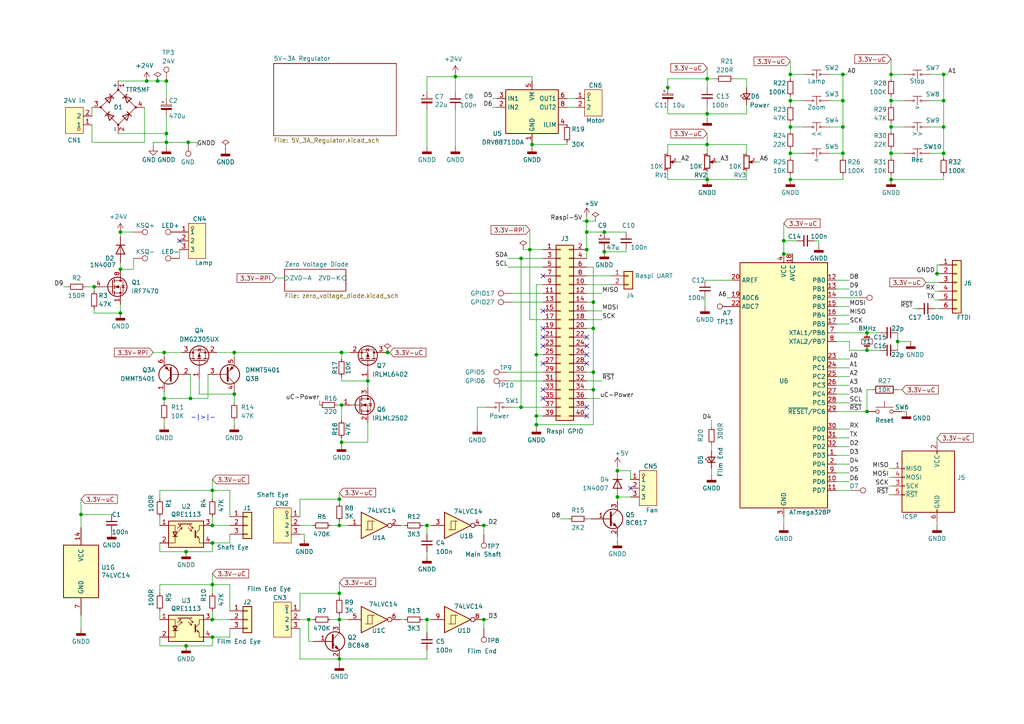
<source format=kicad_sch>
(kicad_sch (version 20230121) (generator eeschema)
  (paper "A4")
  (junction (at 273.685 21.59))
  (junction (at 229.235 29.21))
  (junction (at 170.18 64.135))
  (junction (at 99.06 128.27))
  (junction (at 205.105 33.02))
  (junction (at 47.625 102.235))
  (junction (at 258.445 21.59))
  (junction (at 170.18 67.31))
  (junction (at 48.26 38.735))
  (junction (at 67.945 114.3))
  (junction (at 48.26 41.275))
  (junction (at 42.545 23.495))
  (junction (at 172.085 95.25))
  (junction (at 132.08 22.225))
  (junction (at 244.475 36.83))
  (junction (at 61.595 142.24))
  (junction (at 258.445 44.45))
  (junction (at 61.595 179.705))
  (junction (at 155.575 123.19))
  (junction (at 98.425 152.4))
  (junction (at 23.495 149.225))
  (junction (at 89.535 179.705))
  (junction (at 47.625 115.57))
  (junction (at 53.975 187.325))
  (junction (at 258.445 36.83))
  (junction (at 251.46 119.38))
  (junction (at 273.685 44.45))
  (junction (at 271.78 79.375))
  (junction (at 251.46 96.52))
  (junction (at 54.61 41.275))
  (junction (at 61.595 169.545))
  (junction (at 170.18 72.39))
  (junction (at 45.72 23.495))
  (junction (at 175.26 73.025))
  (junction (at 227.33 73.66))
  (junction (at 61.595 152.4))
  (junction (at 193.675 25.4))
  (junction (at 155.575 120.65))
  (junction (at 229.235 21.59))
  (junction (at 155.575 102.87))
  (junction (at 98.425 179.705))
  (junction (at 98.425 172.085))
  (junction (at 179.07 136.525))
  (junction (at 244.475 21.59))
  (junction (at 258.445 29.21))
  (junction (at 172.085 107.95))
  (junction (at 55.245 115.57))
  (junction (at 273.685 29.21))
  (junction (at 34.925 90.805))
  (junction (at 229.235 44.45))
  (junction (at 123.825 179.705))
  (junction (at 175.26 67.31))
  (junction (at 273.685 36.83))
  (junction (at 205.105 22.86))
  (junction (at 172.085 87.63))
  (junction (at 151.13 118.11))
  (junction (at 172.085 113.03))
  (junction (at 106.68 110.49))
  (junction (at 99.06 102.235))
  (junction (at 61.595 157.48))
  (junction (at 99.06 117.475))
  (junction (at 140.335 179.705))
  (junction (at 34.925 78.105))
  (junction (at 229.235 52.07))
  (junction (at 98.425 191.135))
  (junction (at 179.07 144.145))
  (junction (at 112.395 102.235))
  (junction (at 229.235 36.83))
  (junction (at 258.445 52.07))
  (junction (at 123.825 152.4))
  (junction (at 153.67 72.39))
  (junction (at 53.975 160.02))
  (junction (at 227.33 69.85))
  (junction (at 244.475 44.45))
  (junction (at 205.105 41.91))
  (junction (at 27.305 83.185))
  (junction (at 34.925 67.31))
  (junction (at 205.105 52.07))
  (junction (at 151.13 74.93))
  (junction (at 61.595 184.785))
  (junction (at 251.46 101.6))
  (junction (at 154.305 41.91))
  (junction (at 140.335 152.4))
  (junction (at 98.425 144.78))
  (junction (at 244.475 29.21))
  (junction (at 260.35 99.06))
  (junction (at 48.26 23.495))
  (junction (at 67.945 102.235))
  (no_connect (at 157.48 97.79))
  (no_connect (at 157.48 100.33))
  (no_connect (at 52.07 69.85))
  (no_connect (at 170.18 102.87))
  (no_connect (at 157.48 113.03))
  (no_connect (at 170.18 97.79))
  (no_connect (at 157.48 95.25))
  (no_connect (at 157.48 80.01))
  (no_connect (at 170.18 105.41))
  (no_connect (at 157.48 115.57))
  (no_connect (at 170.18 118.11))
  (no_connect (at 157.48 90.17))
  (no_connect (at 170.18 120.65))
  (no_connect (at 182.88 141.605))
  (no_connect (at 170.18 100.33))
  (no_connect (at 157.48 105.41))
  (wire (pts (xy 154.305 41.91) (xy 164.465 41.91)))
  (wire (pts (xy 98.425 179.705) (xy 98.425 178.435)))
  (wire (pts (xy 206.375 121.92) (xy 206.375 123.825)))
  (wire (pts (xy 258.445 35.56) (xy 258.445 36.83)))
  (wire (pts (xy 251.46 113.03) (xy 252.73 113.03)))
  (wire (pts (xy 61.595 169.545) (xy 61.595 172.085)))
  (wire (pts (xy 269.875 44.45) (xy 273.685 44.45)))
  (wire (pts (xy 242.57 142.24) (xy 247.015 142.24)))
  (wire (pts (xy 147.32 77.47) (xy 157.48 77.47)))
  (wire (pts (xy 258.445 50.8) (xy 258.445 52.07)))
  (wire (pts (xy 170.18 90.17) (xy 174.625 90.17)))
  (wire (pts (xy 23.495 178.435) (xy 23.495 182.245)))
  (wire (pts (xy 172.085 107.95) (xy 172.085 113.03)))
  (wire (pts (xy 148.59 87.63) (xy 157.48 87.63)))
  (wire (pts (xy 88.265 154.94) (xy 88.265 156.21)))
  (wire (pts (xy 112.395 102.235) (xy 113.03 102.235)))
  (wire (pts (xy 66.675 149.86) (xy 66.675 142.24)))
  (wire (pts (xy 205.105 22.86) (xy 205.105 25.4)))
  (wire (pts (xy 122.555 179.705) (xy 123.825 179.705)))
  (wire (pts (xy 172.085 123.19) (xy 155.575 123.19)))
  (wire (pts (xy 54.61 41.275) (xy 57.15 41.275)))
  (wire (pts (xy 98.425 144.78) (xy 98.425 146.05)))
  (wire (pts (xy 122.555 152.4) (xy 123.825 152.4)))
  (wire (pts (xy 67.945 114.3) (xy 67.945 113.665)))
  (wire (pts (xy 148.59 85.09) (xy 157.48 85.09)))
  (wire (pts (xy 229.235 50.8) (xy 229.235 52.07)))
  (wire (pts (xy 99.06 110.49) (xy 106.68 110.49)))
  (wire (pts (xy 242.57 137.16) (xy 246.38 137.16)))
  (wire (pts (xy 258.445 36.83) (xy 262.255 36.83)))
  (wire (pts (xy 41.91 31.115) (xy 41.91 41.275)))
  (wire (pts (xy 116.205 179.705) (xy 117.475 179.705)))
  (wire (pts (xy 210.82 86.36) (xy 212.09 86.36)))
  (wire (pts (xy 193.675 25.4) (xy 193.675 22.86)))
  (wire (pts (xy 168.91 64.135) (xy 170.18 64.135)))
  (wire (pts (xy 212.725 22.86) (xy 216.535 22.86)))
  (wire (pts (xy 227.33 64.77) (xy 227.33 69.85)))
  (wire (pts (xy 66.675 169.545) (xy 61.595 169.545)))
  (wire (pts (xy 95.885 179.705) (xy 98.425 179.705)))
  (wire (pts (xy 106.68 109.855) (xy 106.68 110.49)))
  (wire (pts (xy 175.26 73.025) (xy 181.61 73.025)))
  (wire (pts (xy 216.535 49.53) (xy 216.535 52.07)))
  (wire (pts (xy 271.78 76.835) (xy 271.78 79.375)))
  (wire (pts (xy 271.78 79.375) (xy 272.415 79.375)))
  (wire (pts (xy 140.335 152.4) (xy 140.335 154.94)))
  (wire (pts (xy 251.46 96.52) (xy 255.27 96.52)))
  (wire (pts (xy 123.825 154.94) (xy 123.825 152.4)))
  (wire (pts (xy 45.72 23.495) (xy 48.26 23.495)))
  (wire (pts (xy 193.675 26.035) (xy 193.675 25.4)))
  (wire (pts (xy 227.33 149.86) (xy 227.33 152.4)))
  (wire (pts (xy 175.26 72.39) (xy 175.26 73.025)))
  (wire (pts (xy 207.645 46.99) (xy 208.915 46.99)))
  (wire (pts (xy 132.08 22.225) (xy 132.08 26.67)))
  (wire (pts (xy 66.675 154.94) (xy 66.675 157.48)))
  (wire (pts (xy 62.865 102.235) (xy 67.945 102.235)))
  (wire (pts (xy 260.35 99.06) (xy 260.35 101.6)))
  (wire (pts (xy 46.355 172.085) (xy 46.355 169.545)))
  (wire (pts (xy 216.535 33.02) (xy 205.105 33.02)))
  (wire (pts (xy 273.685 21.59) (xy 273.685 29.21)))
  (wire (pts (xy 193.675 41.91) (xy 193.675 44.45)))
  (wire (pts (xy 66.675 184.785) (xy 61.595 184.785)))
  (wire (pts (xy 264.795 89.535) (xy 266.065 89.535)))
  (wire (pts (xy 219.075 46.99) (xy 220.345 46.99)))
  (wire (pts (xy 273.685 29.21) (xy 273.685 36.83)))
  (wire (pts (xy 164.465 28.575) (xy 167.005 28.575)))
  (wire (pts (xy 23.495 153.035) (xy 23.495 149.225)))
  (wire (pts (xy 61.595 177.165) (xy 61.595 179.705)))
  (wire (pts (xy 98.425 191.135) (xy 123.825 191.135)))
  (wire (pts (xy 98.425 191.135) (xy 98.425 192.405)))
  (wire (pts (xy 34.925 76.2) (xy 34.925 78.105)))
  (wire (pts (xy 240.665 36.83) (xy 244.475 36.83)))
  (wire (pts (xy 205.105 41.91) (xy 205.105 44.45)))
  (wire (pts (xy 272.415 76.835) (xy 271.78 76.835)))
  (wire (pts (xy 47.625 113.665) (xy 47.625 115.57)))
  (wire (pts (xy 260.35 99.06) (xy 264.16 99.06)))
  (wire (pts (xy 204.47 81.28) (xy 212.09 81.28)))
  (wire (pts (xy 80.01 80.645) (xy 82.55 80.645)))
  (wire (pts (xy 155.575 82.55) (xy 155.575 102.87)))
  (wire (pts (xy 132.08 21.59) (xy 132.08 22.225)))
  (wire (pts (xy 242.57 109.22) (xy 246.38 109.22)))
  (wire (pts (xy 205.105 38.735) (xy 205.105 41.91)))
  (wire (pts (xy 99.06 128.27) (xy 99.06 128.905)))
  (wire (pts (xy 46.355 152.4) (xy 46.355 149.86)))
  (wire (pts (xy 27.305 90.805) (xy 27.305 89.535)))
  (wire (pts (xy 48.26 41.275) (xy 48.26 42.545)))
  (wire (pts (xy 172.085 77.47) (xy 172.085 87.63)))
  (wire (pts (xy 106.68 110.49) (xy 106.68 112.395)))
  (wire (pts (xy 123.825 152.4) (xy 125.095 152.4)))
  (wire (pts (xy 132.08 22.225) (xy 154.305 22.225)))
  (wire (pts (xy 242.57 119.38) (xy 251.46 119.38)))
  (wire (pts (xy 227.33 69.85) (xy 231.14 69.85)))
  (wire (pts (xy 229.235 29.21) (xy 229.235 30.48)))
  (wire (pts (xy 47.625 115.57) (xy 55.245 115.57)))
  (wire (pts (xy 53.975 160.02) (xy 61.595 160.02)))
  (wire (pts (xy 271.145 84.455) (xy 272.415 84.455)))
  (wire (pts (xy 242.57 129.54) (xy 246.38 129.54)))
  (wire (pts (xy 242.57 139.7) (xy 246.38 139.7)))
  (wire (pts (xy 261.62 119.38) (xy 262.89 119.38)))
  (wire (pts (xy 216.535 41.91) (xy 216.535 44.45)))
  (wire (pts (xy 271.145 86.995) (xy 272.415 86.995)))
  (wire (pts (xy 98.425 168.91) (xy 98.425 172.085)))
  (wire (pts (xy 170.18 87.63) (xy 172.085 87.63)))
  (wire (pts (xy 86.995 172.085) (xy 98.425 172.085)))
  (wire (pts (xy 106.68 128.27) (xy 99.06 128.27)))
  (wire (pts (xy 229.235 44.45) (xy 233.045 44.45)))
  (wire (pts (xy 132.08 22.225) (xy 123.825 22.225)))
  (wire (pts (xy 99.06 104.14) (xy 99.06 102.235)))
  (wire (pts (xy 170.18 110.49) (xy 174.625 110.49)))
  (wire (pts (xy 205.105 52.07) (xy 216.535 52.07)))
  (wire (pts (xy 170.18 95.25) (xy 172.085 95.25)))
  (wire (pts (xy 154.305 42.545) (xy 154.305 41.91)))
  (wire (pts (xy 86.995 144.78) (xy 86.995 149.86)))
  (wire (pts (xy 99.06 117.475) (xy 99.06 121.92)))
  (wire (pts (xy 48.26 41.275) (xy 44.45 41.275)))
  (wire (pts (xy 246.38 99.06) (xy 246.38 101.6)))
  (wire (pts (xy 147.32 110.49) (xy 157.48 110.49)))
  (wire (pts (xy 66.675 142.24) (xy 61.595 142.24)))
  (wire (pts (xy 273.685 44.45) (xy 273.685 45.72)))
  (wire (pts (xy 273.685 50.8) (xy 273.685 52.07)))
  (wire (pts (xy 61.595 152.4) (xy 66.675 152.4)))
  (wire (pts (xy 66.675 182.245) (xy 66.675 184.785)))
  (wire (pts (xy 151.13 74.93) (xy 157.48 74.93)))
  (wire (pts (xy 205.105 19.685) (xy 205.105 22.86)))
  (wire (pts (xy 170.18 115.57) (xy 173.99 115.57)))
  (wire (pts (xy 48.26 23.495) (xy 48.26 28.575)))
  (wire (pts (xy 60.325 108.585) (xy 60.325 115.57)))
  (wire (pts (xy 98.425 142.875) (xy 98.425 144.78)))
  (wire (pts (xy 258.445 21.59) (xy 262.255 21.59)))
  (wire (pts (xy 61.595 160.02) (xy 61.595 157.48)))
  (wire (pts (xy 229.235 35.56) (xy 229.235 36.83)))
  (wire (pts (xy 46.355 169.545) (xy 61.595 169.545)))
  (wire (pts (xy 99.06 102.235) (xy 101.6 102.235)))
  (wire (pts (xy 269.875 29.21) (xy 273.685 29.21)))
  (wire (pts (xy 86.995 179.705) (xy 89.535 179.705)))
  (wire (pts (xy 170.18 62.865) (xy 170.18 64.135)))
  (wire (pts (xy 123.825 183.515) (xy 123.825 179.705)))
  (wire (pts (xy 229.235 43.18) (xy 229.235 44.45)))
  (wire (pts (xy 57.785 114.3) (xy 67.945 114.3)))
  (wire (pts (xy 242.57 124.46) (xy 246.38 124.46)))
  (wire (pts (xy 271.78 151.13) (xy 271.78 152.4)))
  (wire (pts (xy 123.825 42.545) (xy 123.825 31.75)))
  (wire (pts (xy 55.245 108.585) (xy 55.245 115.57)))
  (wire (pts (xy 66.675 157.48) (xy 61.595 157.48)))
  (wire (pts (xy 155.575 120.65) (xy 157.48 120.65)))
  (wire (pts (xy 242.57 114.3) (xy 246.38 114.3)))
  (wire (pts (xy 123.825 160.02) (xy 123.825 161.29)))
  (wire (pts (xy 116.205 152.4) (xy 117.475 152.4)))
  (wire (pts (xy 54.61 41.275) (xy 48.26 41.275)))
  (wire (pts (xy 206.375 128.905) (xy 206.375 130.81)))
  (wire (pts (xy 23.495 149.225) (xy 32.385 149.225)))
  (wire (pts (xy 216.535 30.48) (xy 216.535 33.02)))
  (wire (pts (xy 86.995 182.245) (xy 86.995 191.135)))
  (wire (pts (xy 181.61 73.025) (xy 181.61 72.39)))
  (wire (pts (xy 242.57 99.06) (xy 246.38 99.06)))
  (wire (pts (xy 57.785 109.855) (xy 57.785 114.3)))
  (wire (pts (xy 242.57 111.76) (xy 246.38 111.76)))
  (wire (pts (xy 258.445 27.94) (xy 258.445 29.21)))
  (wire (pts (xy 170.18 72.39) (xy 170.18 74.93)))
  (wire (pts (xy 258.445 43.18) (xy 258.445 44.45)))
  (wire (pts (xy 67.945 102.235) (xy 99.06 102.235)))
  (wire (pts (xy 246.38 101.6) (xy 251.46 101.6)))
  (wire (pts (xy 147.32 107.95) (xy 157.48 107.95)))
  (wire (pts (xy 205.105 41.91) (xy 216.535 41.91)))
  (wire (pts (xy 257.81 143.51) (xy 259.08 143.51)))
  (wire (pts (xy 244.475 21.59) (xy 244.475 29.21)))
  (wire (pts (xy 271.78 127) (xy 271.78 128.27)))
  (wire (pts (xy 53.975 187.325) (xy 61.595 187.325)))
  (wire (pts (xy 229.235 21.59) (xy 229.235 22.86)))
  (wire (pts (xy 205.105 22.86) (xy 207.645 22.86)))
  (wire (pts (xy 55.245 115.57) (xy 60.325 115.57)))
  (wire (pts (xy 170.18 67.31) (xy 175.26 67.31)))
  (wire (pts (xy 260.35 113.03) (xy 261.62 113.03)))
  (wire (pts (xy 170.18 92.71) (xy 174.625 92.71)))
  (wire (pts (xy 67.945 121.92) (xy 67.945 123.19)))
  (wire (pts (xy 242.57 88.9) (xy 246.38 88.9)))
  (wire (pts (xy 138.43 118.11) (xy 138.43 123.825)))
  (wire (pts (xy 193.675 30.48) (xy 193.675 33.02)))
  (wire (pts (xy 34.925 67.31) (xy 38.735 67.31)))
  (wire (pts (xy 155.575 123.19) (xy 155.575 120.65)))
  (wire (pts (xy 170.18 64.135) (xy 172.72 64.135)))
  (wire (pts (xy 244.475 29.21) (xy 244.475 36.83)))
  (wire (pts (xy 193.675 49.53) (xy 193.675 52.07)))
  (wire (pts (xy 273.685 36.83) (xy 273.685 44.45)))
  (wire (pts (xy 258.445 52.07) (xy 273.685 52.07)))
  (wire (pts (xy 205.105 33.02) (xy 193.675 33.02)))
  (wire (pts (xy 193.675 22.86) (xy 205.105 22.86)))
  (wire (pts (xy 151.13 74.93) (xy 151.13 118.11)))
  (wire (pts (xy 244.475 44.45) (xy 244.475 45.72)))
  (wire (pts (xy 205.105 30.48) (xy 205.105 33.02)))
  (wire (pts (xy 98.425 152.4) (xy 100.965 152.4)))
  (wire (pts (xy 258.445 44.45) (xy 258.445 45.72)))
  (wire (pts (xy 98.425 180.975) (xy 98.425 179.705)))
  (wire (pts (xy 34.925 88.265) (xy 34.925 90.805)))
  (wire (pts (xy 258.445 44.45) (xy 262.255 44.45)))
  (wire (pts (xy 271.145 79.375) (xy 271.78 79.375)))
  (wire (pts (xy 46.355 144.78) (xy 46.355 142.24)))
  (wire (pts (xy 27.305 90.805) (xy 34.925 90.805)))
  (wire (pts (xy 237.49 69.85) (xy 237.49 71.12)))
  (wire (pts (xy 258.445 29.21) (xy 262.255 29.21)))
  (wire (pts (xy 229.235 36.83) (xy 233.045 36.83)))
  (wire (pts (xy 242.57 91.44) (xy 246.38 91.44)))
  (wire (pts (xy 123.825 188.595) (xy 123.825 191.135)))
  (wire (pts (xy 170.18 64.135) (xy 170.18 67.31)))
  (wire (pts (xy 98.425 172.085) (xy 98.425 173.355)))
  (wire (pts (xy 242.57 132.08) (xy 246.38 132.08)))
  (wire (pts (xy 240.665 29.21) (xy 244.475 29.21)))
  (wire (pts (xy 242.57 127) (xy 246.38 127)))
  (wire (pts (xy 170.18 80.01) (xy 177.165 80.01)))
  (wire (pts (xy 251.46 119.38) (xy 251.46 113.03)))
  (wire (pts (xy 196.215 46.99) (xy 197.485 46.99)))
  (wire (pts (xy 46.355 142.24) (xy 61.595 142.24)))
  (wire (pts (xy 46.355 160.02) (xy 53.975 160.02)))
  (wire (pts (xy 157.48 82.55) (xy 155.575 82.55)))
  (wire (pts (xy 242.57 134.62) (xy 246.38 134.62)))
  (wire (pts (xy 42.545 23.495) (xy 45.72 23.495)))
  (wire (pts (xy 204.47 86.36) (xy 204.47 88.9)))
  (wire (pts (xy 260.35 96.52) (xy 260.35 99.06)))
  (wire (pts (xy 242.57 116.84) (xy 246.38 116.84)))
  (wire (pts (xy 179.07 135.255) (xy 179.07 136.525)))
  (wire (pts (xy 164.465 41.91) (xy 164.465 41.275)))
  (wire (pts (xy 123.825 22.225) (xy 123.825 26.67)))
  (wire (pts (xy 47.625 121.92) (xy 47.625 123.19)))
  (wire (pts (xy 164.465 31.115) (xy 167.005 31.115)))
  (wire (pts (xy 86.995 154.94) (xy 88.265 154.94)))
  (wire (pts (xy 154.305 23.495) (xy 154.305 22.225)))
  (wire (pts (xy 268.605 81.915) (xy 272.415 81.915)))
  (wire (pts (xy 154.305 41.91) (xy 154.305 41.275)))
  (wire (pts (xy 142.875 31.115) (xy 144.145 31.115)))
  (wire (pts (xy 38.735 74.93) (xy 38.735 78.105)))
  (wire (pts (xy 140.335 152.4) (xy 141.605 152.4)))
  (wire (pts (xy 170.18 72.39) (xy 170.18 67.31)))
  (wire (pts (xy 95.885 152.4) (xy 98.425 152.4)))
  (wire (pts (xy 153.67 92.71) (xy 153.67 72.39)))
  (wire (pts (xy 205.105 33.02) (xy 205.105 34.29)))
  (wire (pts (xy 61.595 179.705) (xy 66.675 179.705)))
  (wire (pts (xy 153.67 72.39) (xy 157.48 72.39)))
  (wire (pts (xy 151.13 118.11) (xy 157.48 118.11)))
  (wire (pts (xy 172.085 113.03) (xy 172.085 123.19)))
  (wire (pts (xy 172.085 87.63) (xy 172.085 95.25)))
  (wire (pts (xy 142.875 28.575) (xy 144.145 28.575)))
  (wire (pts (xy 86.995 191.135) (xy 98.425 191.135)))
  (wire (pts (xy 193.675 41.91) (xy 205.105 41.91)))
  (wire (pts (xy 67.945 102.235) (xy 67.945 103.505)))
  (wire (pts (xy 179.07 144.145) (xy 182.88 144.145)))
  (wire (pts (xy 34.29 38.735) (xy 48.26 38.735)))
  (wire (pts (xy 269.875 21.59) (xy 273.685 21.59)))
  (wire (pts (xy 258.445 29.21) (xy 258.445 30.48)))
  (wire (pts (xy 229.235 21.59) (xy 233.045 21.59)))
  (wire (pts (xy 258.445 17.145) (xy 258.445 21.59)))
  (wire (pts (xy 52.705 102.235) (xy 47.625 102.235)))
  (wire (pts (xy 90.805 179.705) (xy 89.535 179.705)))
  (wire (pts (xy 229.235 17.78) (xy 229.235 21.59)))
  (wire (pts (xy 244.475 36.83) (xy 244.475 44.45)))
  (wire (pts (xy 257.81 138.43) (xy 259.08 138.43)))
  (wire (pts (xy 242.57 83.82) (xy 246.38 83.82)))
  (wire (pts (xy 240.665 21.59) (xy 244.475 21.59)))
  (wire (pts (xy 98.425 152.4) (xy 98.425 151.13)))
  (wire (pts (xy 258.445 21.59) (xy 258.445 22.86)))
  (wire (pts (xy 46.355 184.785) (xy 46.355 187.325)))
  (wire (pts (xy 23.495 144.78) (xy 23.495 149.225)))
  (wire (pts (xy 61.595 187.325) (xy 61.595 184.785)))
  (wire (pts (xy 132.08 42.545) (xy 132.08 31.75)))
  (wire (pts (xy 46.355 179.705) (xy 46.355 177.165)))
  (wire (pts (xy 41.91 41.275) (xy 26.67 41.275)))
  (wire (pts (xy 155.575 102.87) (xy 155.575 120.65)))
  (wire (pts (xy 258.445 36.83) (xy 258.445 38.1)))
  (wire (pts (xy 162.56 150.495) (xy 165.1 150.495)))
  (wire (pts (xy 92.71 116.205) (xy 92.71 117.475)))
  (wire (pts (xy 57.15 41.275) (xy 57.15 42.545)))
  (wire (pts (xy 89.535 179.705) (xy 89.535 186.055)))
  (wire (pts (xy 151.765 72.39) (xy 153.67 72.39)))
  (wire (pts (xy 46.355 187.325) (xy 53.975 187.325)))
  (wire (pts (xy 271.145 89.535) (xy 272.415 89.535)))
  (wire (pts (xy 61.595 166.37) (xy 61.595 169.545)))
  (wire (pts (xy 257.81 135.89) (xy 259.08 135.89)))
  (wire (pts (xy 24.765 83.185) (xy 27.305 83.185)))
  (wire (pts (xy 179.07 155.575) (xy 179.07 156.845)))
  (wire (pts (xy 240.665 44.45) (xy 244.475 44.45)))
  (wire (pts (xy 86.995 144.78) (xy 98.425 144.78)))
  (wire (pts (xy 251.46 101.6) (xy 255.27 101.6)))
  (wire (pts (xy 153.67 66.675) (xy 153.67 72.39)))
  (wire (pts (xy 123.825 179.705) (xy 125.095 179.705)))
  (wire (pts (xy 34.29 23.495) (xy 42.545 23.495)))
  (wire (pts (xy 273.685 21.59) (xy 274.955 21.59)))
  (wire (pts (xy 193.675 52.07) (xy 205.105 52.07)))
  (wire (pts (xy 99.06 109.22) (xy 99.06 110.49)))
  (wire (pts (xy 182.88 136.525) (xy 182.88 139.065)))
  (wire (pts (xy 242.57 106.68) (xy 246.38 106.68)))
  (wire (pts (xy 175.26 67.31) (xy 181.61 67.31)))
  (wire (pts (xy 244.475 21.59) (xy 245.745 21.59)))
  (wire (pts (xy 242.57 81.28) (xy 246.38 81.28)))
  (wire (pts (xy 157.48 92.71) (xy 153.67 92.71)))
  (wire (pts (xy 99.06 127) (xy 99.06 128.27)))
  (wire (pts (xy 52.07 72.39) (xy 52.07 74.93)))
  (wire (pts (xy 44.45 41.275) (xy 44.45 42.545)))
  (wire (pts (xy 155.575 123.19) (xy 155.575 123.825)))
  (wire (pts (xy 86.995 152.4) (xy 90.805 152.4)))
  (wire (pts (xy 140.335 179.705) (xy 140.335 182.245)))
  (wire (pts (xy 106.68 122.555) (xy 106.68 128.27)))
  (wire (pts (xy 269.875 36.83) (xy 273.685 36.83)))
  (wire (pts (xy 147.32 74.93) (xy 151.13 74.93)))
  (wire (pts (xy 61.595 142.24) (xy 61.595 144.78)))
  (wire (pts (xy 148.59 118.11) (xy 151.13 118.11)))
  (wire (pts (xy 206.375 135.89) (xy 206.375 137.795)))
  (wire (pts (xy 18.415 83.185) (xy 19.685 83.185)))
  (wire (pts (xy 170.18 113.03) (xy 172.085 113.03)))
  (wire (pts (xy 86.995 172.085) (xy 86.995 177.165)))
  (wire (pts (xy 229.235 44.45) (xy 229.235 45.72)))
  (wire (pts (xy 48.26 41.275) (xy 48.26 38.735)))
  (wire (pts (xy 170.18 77.47) (xy 172.085 77.47)))
  (wire (pts (xy 170.18 107.95) (xy 172.085 107.95)))
  (wire (pts (xy 98.425 179.705) (xy 100.965 179.705)))
  (wire (pts (xy 44.45 102.235) (xy 47.625 102.235)))
  (wire (pts (xy 229.235 29.21) (xy 233.045 29.21)))
  (wire (pts (xy 227.33 69.85) (xy 227.33 73.66)))
  (wire (pts (xy 67.945 114.3) (xy 67.945 116.84)))
  (wire (pts (xy 170.18 150.495) (xy 171.45 150.495)))
  (wire (pts (xy 38.735 78.105) (xy 34.925 78.105)))
  (wire (pts (xy 172.085 95.25) (xy 172.085 107.95)))
  (wire (pts (xy 242.57 93.98) (xy 246.38 93.98)))
  (wire (pts (xy 244.475 50.8) (xy 244.475 52.07)))
  (wire (pts (xy 216.535 22.86) (xy 216.535 25.4)))
  (wire (pts (xy 229.235 52.07) (xy 244.475 52.07)))
  (wire (pts (xy 242.57 96.52) (xy 251.46 96.52)))
  (wire (pts (xy 236.22 69.85) (xy 237.49 69.85)))
  (wire (pts (xy 140.335 179.705) (xy 141.605 179.705)))
  (wire (pts (xy 229.235 27.94) (xy 229.235 29.21)))
  (wire (pts (xy 112.395 102.235) (xy 111.76 102.235)))
  (wire (pts (xy 205.105 52.07) (xy 205.105 49.53)))
  (wire (pts (xy 26.67 36.195) (xy 26.67 41.275)))
  (wire (pts (xy 61.595 139.065) (xy 61.595 142.24)))
  (wire (pts (xy 66.675 177.165) (xy 66.675 169.545)))
  (wire (pts (xy 46.355 157.48) (xy 46.355 160.02)))
  (wire (pts (xy 179.07 136.525) (xy 182.88 136.525)))
  (wire (pts (xy 227.33 73.66) (xy 229.87 73.66)))
  (wire (pts (xy 248.92 86.36) (xy 242.57 86.36)))
  (wire (pts (xy 242.57 104.14) (xy 246.38 104.14)))
  (wire (pts (xy 89.535 186.055) (xy 90.805 186.055)))
  (wire (pts (xy 229.235 36.83) (xy 229.235 38.1)))
  (wire (pts (xy 26.67 33.655) (xy 26.67 31.115)))
  (wire (pts (xy 34.925 67.31) (xy 34.925 68.58)))
  (wire (pts (xy 47.625 102.235) (xy 47.625 103.505)))
  (wire (pts (xy 138.43 118.11) (xy 140.97 118.11)))
  (wire (pts (xy 47.625 115.57) (xy 47.625 116.84)))
  (wire (pts (xy 170.18 85.09) (xy 174.625 85.09)))
  (wire (pts (xy 179.07 144.145) (xy 179.07 145.415)))
  (wire (pts (xy 170.18 82.55) (xy 177.165 82.55)))
  (wire (pts (xy 27.305 83.185) (xy 27.305 84.455)))
  (wire (pts (xy 257.81 140.97) (xy 259.08 140.97)))
  (wire (pts (xy 155.575 102.87) (xy 157.48 102.87)))
  (wire (pts (xy 61.595 149.86) (xy 61.595 152.4)))
  (wire (pts (xy 48.26 33.655) (xy 48.26 38.735)))
  (wire (pts (xy 97.79 117.475) (xy 99.06 117.475)))
  (text "-|>|-" (at 55.245 121.92 0) (effects (font (size 1.27 1.27)) (justify left bottom)))
  (label "D4" (at 206.375 121.92 180))
  (label "GNDD" (at 57.15 42.545 0))
  (label "D3" (at 141.605 179.705 0))
  (label "GNDD" (at 271.145 79.375 180))
  (label "TX" (at 271.145 86.995 180))
  (label "SDA" (at 246.38 114.3 0))
  (label "A3" (at 208.915 46.99 0))
  (label "RX" (at 246.38 124.46 0))
  (label "A1" (at 246.38 106.68 0))
  (label "A0" (at 246.38 104.14 0))
  (label "MISO" (at 174.625 85.09 0))
  (label "D6" (at 246.38 139.7 0))
  (label "D5" (at 246.38 137.16 0))
  (label "MOSI" (at 246.38 88.9 0))
  (label "SCK" (at 174.625 92.71 0))
  (label "uC-Power" (at 173.99 115.57 0))
  (label "MOSI" (at 257.81 138.43 180))
  (label "TX" (at 246.38 127 0))
  (label "A2" (at 246.38 109.22 0))
  (label "SCL" (at 246.38 116.84 0))
  (label "MISO" (at 257.81 135.89 180))
  (label "A6" (at 220.345 46.99 0))
  (label "A1" (at 274.955 21.59 0))
  (label "D2" (at 141.605 152.4 0))
  (label "A2" (at 197.485 46.99 0))
  (label "D8" (at 246.38 81.28 0))
  (label "~{RST}" (at 264.795 89.535 180))
  (label "SCK" (at 257.81 140.97 180))
  (label "uC-Power" (at 92.71 116.205 180))
  (label "D5" (at 142.875 28.575 180))
  (label "Raspi-5V" (at 168.91 64.135 180))
  (label "SCL" (at 147.32 77.47 180))
  (label "~{RST}" (at 246.38 119.38 0))
  (label "D9" (at 18.415 83.185 180))
  (label "D2" (at 246.38 129.54 0))
  (label "A3" (at 246.38 111.76 0))
  (label "A6" (at 210.82 86.36 180))
  (label "~{RST}" (at 174.625 110.49 0))
  (label "SDA" (at 147.32 74.93 180))
  (label "RX" (at 271.145 84.455 180))
  (label "D9" (at 246.38 83.82 0))
  (label "SCK" (at 246.38 93.98 0))
  (label "D3" (at 246.38 132.08 0))
  (label "D8" (at 162.56 150.495 180))
  (label "D4" (at 246.38 134.62 0))
  (label "D6" (at 142.875 31.115 180))
  (label "~{RST}" (at 257.81 143.51 180))
  (label "MISO" (at 246.38 91.44 0))
  (label "MOSI" (at 174.625 90.17 0))
  (label "A0" (at 245.745 21.59 0))
  (global_label "3.3V-uC" (shape input) (at 113.03 102.235 0) (property "Intersheetrefs" "${INTERSHEET_REFS}" (effects hide)))
  (global_label "3.3V-uC" (shape input) (at 268.605 81.915 180) (property "Intersheetrefs" "${INTERSHEET_REFS}" (effects hide)))
  (global_label "3.3V-uC" (shape input) (at 229.235 17.78 180) (property "Intersheetrefs" "${INTERSHEET_REFS}" (effects hide)))
  (global_label "3.3V-uC" (shape input) (at 258.445 17.145 180) (property "Intersheetrefs" "${INTERSHEET_REFS}" (effects hide)))
  (global_label "3.3V-uC" (shape input) (at 23.495 144.78 0) (property "Intersheetrefs" "${INTERSHEET_REFS}" (effects hide)))
  (global_label "3.3V-uC" (shape input) (at 98.425 168.91 0) (property "Intersheetrefs" "${INTERSHEET_REFS}" (effects hide)))
  (global_label "3.3V-RPi" (shape input) (at 80.01 80.645 180) (property "Intersheetrefs" "${INTERSHEET_REFS}" (effects hide)))
  (global_label "3.3V-RPi" (shape input) (at 153.67 66.675 180) (property "Intersheetrefs" "${INTERSHEET_REFS}" (effects hide)))
  (global_label "3.3V-uC" (shape input) (at 61.595 166.37 0) (property "Intersheetrefs" "${INTERSHEET_REFS}" (effects hide)))
  (global_label "3.3V-uC" (shape input) (at 261.62 113.03 0) (property "Intersheetrefs" "${INTERSHEET_REFS}" (effects hide)))
  (global_label "3.3V-uC" (shape input) (at 205.105 19.685 180) (property "Intersheetrefs" "${INTERSHEET_REFS}" (effects hide)))
  (global_label "3.3V-uC" (shape input) (at 98.425 142.875 0) (property "Intersheetrefs" "${INTERSHEET_REFS}" (effects hide)))
  (global_label "3.3V-uC" (shape input) (at 227.33 64.77 0) (property "Intersheetrefs" "${INTERSHEET_REFS}" (effects hide)))
  (global_label "3.3V-uC" (shape input) (at 205.105 38.735 180) (property "Intersheetrefs" "${INTERSHEET_REFS}" (effects hide)))
  (global_label "3.3V-uC" (shape input) (at 61.595 139.065 0) (property "Intersheetrefs" "${INTERSHEET_REFS}" (effects hide)))
  (global_label "3.3V-uC" (shape input) (at 271.78 127 0) (property "Intersheetrefs" "${INTERSHEET_REFS}" (effects hide)))
  (global_label "3.3V-RPi" (shape input) (at 44.45 102.235 180) (property "Intersheetrefs" "${INTERSHEET_REFS}" (effects hide)))
  (symbol (lib_id "MCU_Microchip_ATmega:ATmega328P-A") (at 227.33 111.76 0) (unit 1)
    (property "Reference" "U6" (at 227.33 110.49 0))
    (property "Value" "ATmega328P" (at 234.95 148.59 0))
    (property "Footprint" "Package_QFP:TQFP-32_7x7mm_P0.8mm" (effects hide))
    (property "Datasheet" "http://ww1.microchip.com/downloads/en/DeviceDoc/ATmega328_P%20AVR%20MCU%20with%20picoPower%20Technology%20Data%20Sheet%2040001984A.pdf" (effects hide))
    (property "LCSC" "C14877" (effects hide))
  )
  (symbol (lib_id "Device:C_Small") (at 257.81 96.52 270) (unit 1)
    (property "Reference" "C15" (at 255.27 97.79 90))
    (property "Value" "22p" (at 260.35 95.25 90))
    (property "Footprint" "Capacitor_SMD:C_0805_2012Metric" (effects hide))
    (property "Datasheet" "https://datasheet.lcsc.com/lcsc/2304140030_Samsung-Electro-Mechanics-CL21C220JBANNNC_C1804.pdf" (effects hide))
    (property "LCSC" "C1804" (effects hide))
  )
  (symbol (lib_id "Device:C_Small") (at 257.81 101.6 90) (mirror x) (unit 1)
    (property "Reference" "C16" (at 255.27 100.33 90))
    (property "Value" "22p" (at 260.35 102.87 90))
    (property "Footprint" "Capacitor_SMD:C_0805_2012Metric" (effects hide))
    (property "Datasheet" "https://datasheet.lcsc.com/lcsc/2304140030_Samsung-Electro-Mechanics-CL21C220JBANNNC_C1804.pdf" (effects hide))
    (property "LCSC" "C1804" (effects hide))
  )
  (symbol (lib_id "Device:C_Small") (at 204.47 83.82 0) (unit 1)
    (property "Reference" "C12" (at 204.47 81.28 0) (effects (justify right)))
    (property "Value" "100n" (at 204.47 86.36 0) (effects (justify right)))
    (property "Footprint" "Capacitor_SMD:C_0805_2012Metric" (effects hide))
    (property "Datasheet" "https://datasheet.lcsc.com/lcsc/2304140030_Samsung-Electro-Mechanics-CL21B104KCFNNNE_C28233.pdf" (effects hide))
    (property "LCSC" "C28233" (effects hide))
  )
  (symbol (lib_id "Device:Crystal_Small") (at 251.46 99.06 270) (unit 1)
    (property "Reference" "Y1" (at 250.19 99.06 90) (effects (justify left)))
    (property "Value" "8MHz" (at 248.92 95.25 90) (effects (justify left)))
    (property "Footprint" "Crystal:Crystal_SMD_5032-2Pin_5.0x3.2mm" (effects hide))
    (property "Datasheet" "https://datasheet.lcsc.com/lcsc/2302201101_YXC-X50328MSB2GI_C115962.pdf" (effects hide))
    (property "LCSC" "C115962" (effects hide))
  )
  (symbol (lib_id "power:GNDD") (at 264.16 99.06 0) (unit 1)
    (property "Reference" "#PWR042" (effects hide))
    (property "Value" "GNDD" (at 265.43 102.87 0))
  )
  (symbol (lib_id "power:GNDD") (at 227.33 152.4 0) (unit 1)
    (property "Reference" "#PWR037" (effects hide))
    (property "Value" "GNDD" (at 227.33 156.21 0))
  )
  (symbol (lib_id "Device:R") (at 256.54 113.03 270) (unit 1)
    (property "Reference" "R27" (at 256.54 110.49 90))
    (property "Value" "10K" (at 256.54 113.03 90))
    (property "Footprint" "Resistor_SMD:R_0805_2012Metric" (effects hide))
    (property "LCSC" "C17414" (effects hide))
  )
  (symbol (lib_id "power:GNDD") (at 48.26 42.545 0) (unit 1)
    (property "Reference" "#PWR08" (effects hide))
    (property "Value" "GNDD" (at 48.26 46.355 0))
  )
  (symbol (lib_id "Device:C_Polarized_Small") (at 48.26 31.115 0) (unit 1)
    (property "Reference" "C2" (at 48.895 29.21 0) (effects (justify left)))
    (property "Value" "470u" (at 48.895 33.655 0) (effects (justify left)))
  )
  (symbol (lib_id "Connector_Generic:Conn_01x06") (at 277.495 81.915 0) (unit 1)
    (property "Reference" "J6" (at 279.527 82.1182 0) (effects (justify left)))
    (property "Value" "FTDI" (at 277.495 92.075 0) (effects (justify left)))
    (property "Footprint" "Connector_PinHeader_2.54mm:PinHeader_1x06_P2.54mm_Vertical" (effects hide))
  )
  (symbol (lib_id "power:GND") (at 44.45 42.545 0) (unit 1)
    (property "Reference" "#PWR07" (effects hide))
    (property "Value" "GND" (at 43.18 46.355 0))
  )
  (symbol (lib_name "QRE1113_1") (lib_id "Sensor_Proximity:QRE1113") (at 53.975 154.94 0) (unit 1)
    (property "Reference" "U2" (at 53.975 146.8882 0))
    (property "Value" "QRE1113" (at 53.975 149.1996 0))
    (property "Footprint" "Peacemans_Footprints:QRE1113GR-slim" (effects hide))
    (property "Datasheet" "http://www.onsemi.com/pub/Collateral/QRE1113-D.PDF" (effects hide))
  )
  (symbol (lib_id "Device:R_Small") (at 46.355 147.32 0) (unit 1)
    (property "Reference" "R1" (at 48.895 147.32 90) (effects (justify left)))
    (property "Value" "100R" (at 43.815 148.59 90) (effects (justify left)))
    (property "Footprint" "Resistor_SMD:R_0805_2012Metric" (effects hide))
  )
  (symbol (lib_id "Device:R_Small") (at 61.595 147.32 0) (unit 1)
    (property "Reference" "R4" (at 59.055 147.32 90) (effects (justify left)))
    (property "Value" "47K" (at 64.135 148.59 90) (effects (justify left)))
    (property "Footprint" "Resistor_SMD:R_0805_2012Metric" (effects hide))
    (property "LCSC" "C17713" (effects hide))
  )
  (symbol (lib_id "power:GNDD") (at 53.975 160.02 0) (unit 1)
    (property "Reference" "#PWR02" (effects hide))
    (property "Value" "GNDD" (at 53.975 163.83 0))
  )
  (symbol (lib_id "Device:C_Small") (at 268.605 89.535 270) (unit 1)
    (property "Reference" "C17" (at 267.335 92.075 90) (effects (justify right)))
    (property "Value" "100n" (at 273.685 92.075 90) (effects (justify right)))
    (property "Footprint" "Capacitor_SMD:C_0805_2012Metric" (effects hide))
    (property "Datasheet" "https://datasheet.lcsc.com/lcsc/2304140030_Samsung-Electro-Mechanics-CL21B104KCFNNNE_C28233.pdf" (effects hide))
    (property "LCSC" "C28233" (effects hide))
  )
  (symbol (lib_id "Connector:TestPoint") (at 48.26 23.495 0) (unit 1)
    (property "Reference" "TP3" (at 46.99 15.24 0) (effects (justify left)))
    (property "Value" "24V" (at 46.99 17.78 0) (effects (justify left)))
    (property "Footprint" "TestPoint:TestPoint_THTPad_D2.0mm_Drill1.0mm" (effects hide))
  )
  (symbol (lib_id "Connector:AVR-ISP-6") (at 269.24 140.97 0) (mirror y) (unit 1)
    (property "Reference" "J5" (at 277.622 138.5316 0) (effects (justify right)))
    (property "Value" "ICSP" (at 261.62 149.86 0) (effects (justify right)))
    (property "Footprint" "Connector_PinHeader_2.54mm:PinHeader_2x03_P2.54mm_Vertical" (effects hide))
    (property "Datasheet" " ~" (effects hide))
  )
  (symbol (lib_id "power:GNDD") (at 271.78 152.4 0) (unit 1)
    (property "Reference" "#PWR043" (effects hide))
    (property "Value" "GNDD" (at 271.78 156.21 0))
  )
  (symbol (lib_id "Device:C_Small") (at 233.68 69.85 90) (unit 1)
    (property "Reference" "C14" (at 232.41 68.58 90) (effects (justify left)))
    (property "Value" "100n" (at 240.03 68.58 90) (effects (justify left)))
    (property "Footprint" "Capacitor_SMD:C_0805_2012Metric" (effects hide))
    (property "Datasheet" "https://datasheet.lcsc.com/lcsc/2304140030_Samsung-Electro-Mechanics-CL21B104KCFNNNE_C28233.pdf" (effects hide))
    (property "LCSC" "C28233" (effects hide))
  )
  (symbol (lib_id "Device:C_Small") (at 32.385 151.765 0) (unit 1)
    (property "Reference" "C1" (at 32.385 149.225 0) (effects (justify left)))
    (property "Value" "100n" (at 32.385 154.305 0) (effects (justify left)))
    (property "Footprint" "LED_SMD:LED_0805_2012Metric" (effects hide))
    (property "Datasheet" "https://datasheet.lcsc.com/lcsc/2304140030_Samsung-Electro-Mechanics-CL21B104KCFNNNE_C28233.pdf" (effects hide))
    (property "LCSC" "C28233" (effects hide))
  )
  (symbol (lib_id "74xx:74HC14") (at 108.585 179.705 0) (unit 3)
    (property "Reference" "U1" (at 109.855 182.88 0))
    (property "Value" "74LVC14" (at 111.125 175.26 0))
    (property "Footprint" "Package_SO:SOIC-14_3.9x8.7mm_P1.27mm" (effects hide))
    (property "Datasheet" "https://datasheet.lcsc.com/lcsc/2304140030_Nexperia-74LVC14AD-118_C6065.pdf" (effects hide))
    (property "LCSC" " C6065" (effects hide))
  )
  (symbol (lib_id "74xx:74HC14") (at 132.715 179.705 0) (unit 4)
    (property "Reference" "U1" (at 134.62 182.88 0))
    (property "Value" "74LVC14" (at 135.89 175.895 0))
    (property "Footprint" "Package_SO:SOIC-14_3.9x8.7mm_P1.27mm" (effects hide))
    (property "Datasheet" "https://datasheet.lcsc.com/lcsc/2304140030_Nexperia-74LVC14AD-118_C6065.pdf" (effects hide))
    (property "LCSC" " C6065" (effects hide))
  )
  (symbol (lib_id "Device:R_Small") (at 120.015 179.705 90) (unit 1)
    (property "Reference" "R13" (at 120.015 177.165 90))
    (property "Value" "3K3" (at 120.015 182.245 90))
    (property "Footprint" "Resistor_SMD:R_0805_2012Metric" (effects hide))
    (property "LCSC" "C26010" (effects hide))
  )
  (symbol (lib_id "Device:C_Small") (at 123.825 186.055 0) (unit 1)
    (property "Reference" "C5" (at 126.365 186.055 0) (effects (justify left)))
    (property "Value" "100n" (at 126.365 188.595 0) (effects (justify left)))
    (property "Footprint" "Capacitor_SMD:C_0805_2012Metric" (effects hide))
    (property "Datasheet" "https://datasheet.lcsc.com/lcsc/2304140030_Samsung-Electro-Mechanics-CL21B104KCFNNNE_C28233.pdf" (effects hide))
    (property "LCSC" "C28233" (effects hide))
  )
  (symbol (lib_id "power:GNDD") (at 98.425 192.405 0) (unit 1)
    (property "Reference" "#PWR013" (effects hide))
    (property "Value" "GNDD" (at 98.425 196.215 0))
  )
  (symbol (lib_id "Transistor_BJT:BC847") (at 95.885 186.055 0) (unit 1)
    (property "Reference" "Q2" (at 100.7364 184.8866 0) (effects (justify left)))
    (property "Value" "BC848" (at 100.7364 187.198 0) (effects (justify left)))
    (property "Footprint" "Package_TO_SOT_SMD:SOT-23" (effects hide))
    (property "Datasheet" "https://www.mouser.de/datasheet/2/308/BC846ALT1-D-1293035.pdf" (effects hide))
    (property "LCSC" "C181142" (effects hide))
  )
  (symbol (lib_id "Device:R_Small") (at 93.345 179.705 90) (unit 1)
    (property "Reference" "R7" (at 93.345 177.165 90))
    (property "Value" "470K" (at 93.345 182.245 90))
    (property "Footprint" "Resistor_SMD:R_0805_2012Metric" (effects hide))
    (property "LCSC" "C17709" (effects hide))
  )
  (symbol (lib_id "Device:R_Small") (at 98.425 175.895 180) (unit 1)
    (property "Reference" "R9" (at 99.9236 174.7266 0) (effects (justify right)))
    (property "Value" "3K" (at 99.9236 177.038 0) (effects (justify right)))
    (property "Footprint" "Resistor_SMD:R_0805_2012Metric" (effects hide))
    (property "LCSC" "C17661" (effects hide))
  )
  (symbol (lib_id "Connector:TestPoint") (at 140.335 182.245 180) (unit 1)
    (property "Reference" "TP8" (at 144.907 185.801 0) (effects (justify left)))
    (property "Value" "Film End" (at 144.145 188.849 0) (effects (justify left)))
    (property "Footprint" "TestPoint:TestPoint_THTPad_D2.0mm_Drill1.0mm" (effects hide))
  )
  (symbol (lib_id "74xx:74HC14") (at 23.495 165.735 0) (unit 7)
    (property "Reference" "U1" (at 29.337 164.5666 0) (effects (justify left)))
    (property "Value" "74LVC14" (at 29.337 166.878 0) (effects (justify left)))
    (property "Footprint" "Package_SO:SOIC-14_3.9x8.7mm_P1.27mm" (effects hide))
    (property "Datasheet" "https://datasheet.lcsc.com/lcsc/2304140030_Nexperia-74LVC14AD-118_C6065.pdf" (effects hide))
    (property "LCSC" " C6065" (effects hide))
  )
  (symbol (lib_id "power:GNDD") (at 23.495 182.245 0) (unit 1)
    (property "Reference" "#PWR01" (effects hide))
    (property "Value" "GNDD" (at 23.495 186.055 0))
  )
  (symbol (lib_id "74xx:74HC14") (at 132.715 152.4 0) (unit 2)
    (property "Reference" "U1" (at 135.255 155.448 0))
    (property "Value" "74LVC14" (at 135.763 148.336 0))
    (property "Footprint" "Package_SO:SOIC-14_3.9x8.7mm_P1.27mm" (effects hide))
    (property "Datasheet" "https://datasheet.lcsc.com/lcsc/2304140030_Nexperia-74LVC14AD-118_C6065.pdf" (effects hide))
    (property "LCSC" " C6065" (effects hide))
  )
  (symbol (lib_id "power:PWR_FLAG") (at 45.72 23.495 0) (unit 1)
    (property "Reference" "#FLG01" (effects hide))
    (property "Value" "PWR_FLAG" (effects hide))
  )
  (symbol (lib_id "Device:C_Polarized_Small") (at 123.825 29.21 0) (unit 1)
    (property "Reference" "C7" (at 126.0602 28.0416 0) (effects (justify left)))
    (property "Value" "22u" (at 126.0602 30.353 0) (effects (justify left)))
    (property "Footprint" "Capacitor_SMD:CP_Elec_6.3x7.7" (effects hide))
    (property "LCSC" " C267472" (effects hide))
  )
  (symbol (lib_id "Device:R_Small") (at 67.945 119.38 0) (unit 1)
    (property "Reference" "R14" (at 69.85 118.11 0) (effects (justify left)))
    (property "Value" "47K" (at 69.85 120.65 0) (effects (justify left)))
    (property "Footprint" "Resistor_SMD:R_0805_2012Metric" (effects hide))
    (property "LCSC" "C17713" (effects hide))
  )
  (symbol (lib_id "power:GNDD") (at 47.625 123.19 0) (unit 1)
    (property "Reference" "#PWR017" (effects hide))
    (property "Value" "GNDD" (at 47.625 127 0))
  )
  (symbol (lib_id "Diode:1N4001") (at 34.925 72.39 270) (unit 1)
    (property "Reference" "D2" (at 30.48 74.93 90) (effects (justify left)))
    (property "Value" "1N4007" (at 26.035 76.835 90) (effects (justify left)))
    (property "Footprint" "Diode_SMD:D_SOD-123F" (effects hide))
    (property "Datasheet" "https://datasheet.lcsc.com/lcsc/2308231038_MDD-Microdiode-Electronics--SM4007PL_C64898.pdf" (effects hide))
    (property "Sim.Device" "D" (effects hide))
    (property "Sim.Pins" "1=K 2=A" (effects hide))
    (property "LCSC" "C64898" (effects hide))
  )
  (symbol (lib_id "easyeda2kicad:KF142R-5.08-2P") (at 21.59 34.925 180) (unit 1)
    (property "Reference" "CN1" (at 21.59 40.64 0))
    (property "Value" "24V in" (at 21.59 29.21 0))
    (property "Footprint" "easyeda2kicad:CONN-TH_2P-P5.08_KF142R-5.08-2P" (effects hide))
    (property "Datasheet" "https://lcsc.com/product-detail/New-Quadratic-Unclassified-Data_Cixi-Kefa-Elec-KF142R-5-08-2P_C475144.html" (effects hide))
    (property "LCSC Part" "C475144" (effects hide))
  )
  (symbol (lib_id "power:GNDD") (at 123.825 161.29 0) (unit 1)
    (property "Reference" "#PWR018" (effects hide))
    (property "Value" "GNDD" (at 123.825 165.1 0))
  )
  (symbol (lib_id "Connector_Generic:Conn_01x03") (at 71.755 179.705 0) (unit 1)
    (property "Reference" "J2" (at 70.485 174.625 0) (effects (justify left)))
    (property "Value" "Film End Eye" (at 62.865 186.055 0) (effects (justify left)))
    (property "Footprint" "Connector_PinHeader_2.54mm:PinHeader_1x03_P2.54mm_Vertical" (effects hide))
  )
  (symbol (lib_id "Device:R_Small") (at 258.445 48.26 0) (unit 1)
    (property "Reference" "R31" (at 253.365 46.99 0) (effects (justify left)))
    (property "Value" "10K" (at 253.365 49.53 0) (effects (justify left)))
    (property "Footprint" "Resistor_SMD:R_0805_2012Metric" (effects hide))
    (property "LCSC" "C17414" (effects hide))
  )
  (symbol (lib_name "B3F-5000_sm_1") (lib_id "easyeda2kicad:B3F-5000_sm") (at 236.855 21.59 0) (unit 1)
    (property "Reference" "SW2" (at 241.3 19.685 0))
    (property "Value" "Lamp" (at 236.855 23.495 0))
    (property "Footprint" "easyeda2kicad:KEY-TH_4P-L12.0-W12.0-P5.0-LS12.5-EH-small" (effects hide))
    (property "Datasheet" "https://lcsc.com/product-detail/Others_Omron-Electronics_B3F-5000_Omron-Electronics-B3F-5000_C93156.html" (effects hide))
    (property "LCSC Part" "C93156" (effects hide))
  )
  (symbol (lib_id "Device:R_Small") (at 27.305 86.995 0) (unit 1)
    (property "Reference" "R3" (at 28.575 85.725 0) (effects (justify left)))
    (property "Value" "47K" (at 28.575 88.265 0) (effects (justify left)))
    (property "Footprint" "Resistor_SMD:R_0805_2012Metric" (effects hide))
    (property "LCSC" "C17713" (effects hide))
  )
  (symbol (lib_id "Device:R_Small") (at 258.445 25.4 0) (unit 1)
    (property "Reference" "R28" (at 253.365 24.13 0) (effects (justify left)))
    (property "Value" "100K" (at 252.095 26.67 0) (effects (justify left)))
    (property "Footprint" "Resistor_SMD:R_0805_2012Metric" (effects hide))
    (property "LCSC" "C149504" (effects hide))
  )
  (symbol (lib_id "Connector:TestPoint") (at 147.32 110.49 90) (unit 1)
    (property "Reference" "TP10" (at 146.685 111.76 90))
    (property "Value" "GPIO6" (at 137.795 110.49 90))
    (property "Footprint" "TestPoint:TestPoint_THTPad_D2.0mm_Drill1.0mm" (effects hide))
  )
  (symbol (lib_id "power:GNDD") (at 206.375 137.795 0) (unit 1)
    (property "Reference" "#PWR036" (effects hide))
    (property "Value" "GNDD" (at 206.375 141.605 0))
  )
  (symbol (lib_name "B3F-5000_sm_7") (lib_id "easyeda2kicad:B3F-5000_sm") (at 236.855 29.21 0) (unit 1)
    (property "Reference" "SW3" (at 241.3 27.305 0))
    (property "Value" "Zoom" (at 236.855 31.115 0))
    (property "Footprint" "easyeda2kicad:KEY-TH_4P-L12.0-W12.0-P5.0-LS12.5-EH-small" (effects hide))
    (property "Datasheet" "https://lcsc.com/product-detail/Others_Omron-Electronics_B3F-5000_Omron-Electronics-B3F-5000_C93156.html" (effects hide))
    (property "LCSC Part" "C93156" (effects hide))
  )
  (symbol (lib_id "power:GNDD") (at 53.975 187.325 0) (unit 1)
    (property "Reference" "#PWR014" (effects hide))
    (property "Value" "GNDD" (at 53.975 191.135 0))
  )
  (symbol (lib_name "B3F-5000_sm_5") (lib_id "easyeda2kicad:B3F-5000_sm") (at 266.065 44.45 0) (unit 1)
    (property "Reference" "SW10" (at 270.51 42.545 0))
    (property "Value" "Rec" (at 266.065 46.355 0))
    (property "Footprint" "easyeda2kicad:KEY-TH_4P-L12.0-W12.0-P5.0-LS12.5-EH-small" (effects hide))
    (property "Datasheet" "https://lcsc.com/product-detail/Others_Omron-Electronics_B3F-5000_Omron-Electronics-B3F-5000_C93156.html" (effects hide))
    (property "LCSC Part" "C93156" (effects hide))
  )
  (symbol (lib_id "power:GNDD") (at 155.575 123.825 0) (unit 1)
    (property "Reference" "#PWR031" (effects hide))
    (property "Value" "GNDD" (at 155.575 127.635 0))
  )
  (symbol (lib_id "Connector:TestPoint") (at 52.07 67.31 90) (unit 1)
    (property "Reference" "TP4" (effects hide))
    (property "Value" "LED+" (at 52.07 65.405 90) (effects (justify left)))
    (property "Footprint" "TestPoint:TestPoint_THTPad_D3.0mm_Drill1.5mm" (effects hide))
  )
  (symbol (lib_id "power:GNDD") (at 258.445 52.07 0) (unit 1)
    (property "Reference" "#PWR040" (effects hide))
    (property "Value" "GNDD" (at 258.445 55.88 0))
  )
  (symbol (lib_id "power:GNDD") (at 205.105 34.29 0) (unit 1)
    (property "Reference" "#PWR034" (effects hide))
    (property "Value" "GNDD" (effects hide))
  )
  (symbol (lib_id "Device:LED_Small") (at 206.375 133.35 90) (unit 1)
    (property "Reference" "D5" (at 203.2 133.35 0))
    (property "Value" "Film End" (at 208.915 133.985 0))
    (property "Footprint" "LED_SMD:LED_0805_2012Metric" (effects hide))
    (property "Datasheet" "https://datasheet.lcsc.com/lcsc/2304140030_Foshan-NationStar-Optoelectronics-NCD0805R1_C84256.pdf" (effects hide))
    (property "LCSC" " C84256" (effects hide))
  )
  (symbol (lib_id "Connector:TestPoint") (at 140.335 154.94 180) (unit 1)
    (property "Reference" "TP7" (at 144.907 158.496 0) (effects (justify left)))
    (property "Value" "Main Shaft" (at 145.415 160.782 0) (effects (justify left)))
    (property "Footprint" "TestPoint:TestPoint_THTPad_D2.0mm_Drill1.0mm" (effects hide))
  )
  (symbol (lib_id "Transistor_FET:IRF7403") (at 32.385 83.185 0) (unit 1)
    (property "Reference" "Q1" (at 38.1 81.915 0) (effects (justify left)))
    (property "Value" "IRF7470" (at 38.1 84.455 0) (effects (justify left)))
    (property "Footprint" "Package_SO:SOIC-8_3.9x4.9mm_P1.27mm" (effects hide))
    (property "Datasheet" "https://datasheet.lcsc.com/lcsc/1912111437_Infineon-Technologies-IRF7470TRPBF_C386356.pdf" (effects hide))
    (property "LCSC" "C386356" (effects hide))
  )
  (symbol (lib_id "Connector_Generic:Conn_02x20_Odd_Even") (at 162.56 95.25 0) (unit 1)
    (property "Reference" "J3" (at 163.83 69.215 0))
    (property "Value" "Raspi GPIO" (at 163.83 125.095 0))
    (property "Footprint" "Connector_PinSocket_2.54mm:PinSocket_2x20_P2.54mm_Vertical" (effects hide))
    (property "Datasheet" "https://datasheet.lcsc.com/lcsc/1811132110_BOOMELE-Boom-Precision-Elec-C35165_C35165.pdf" (effects hide))
    (property "LCSC" "C35165" (effects hide))
  )
  (symbol (lib_id "Device:R_Small") (at 98.425 148.59 180) (unit 1)
    (property "Reference" "R8" (at 99.9236 147.4216 0) (effects (justify right)))
    (property "Value" "3K" (at 99.9236 149.733 0) (effects (justify right)))
    (property "Footprint" "Resistor_SMD:R_0805_2012Metric" (effects hide))
    (property "LCSC" "C17661" (effects hide))
  )
  (symbol (lib_id "power:GNDD") (at 237.49 71.12 0) (unit 1)
    (property "Reference" "#PWR039" (effects hide))
    (property "Value" "GNDD" (at 237.49 74.93 0))
  )
  (symbol (lib_id "Driver_Motor:DRV8871DDA") (at 154.305 31.115 0) (unit 1)
    (property "Reference" "U5" (at 142.875 38.735 0) (effects (justify left)))
    (property "Value" "DRV8871DDA" (at 139.7 41.275 0) (effects (justify left)))
    (property "Footprint" "Package_SO:Texas_HTSOP-8-1EP_3.9x4.9mm_P1.27mm_EP2.95x4.9mm_Mask2.4x3.1mm_ThermalVias" (effects hide))
    (property "Datasheet" "http://www.ti.com/lit/ds/symlink/drv8871.pdf" (effects hide))
    (property "LCSC" "C75864" (effects hide))
  )
  (symbol (lib_id "power:PWR_FLAG") (at 151.765 72.39 0) (unit 1)
    (property "Reference" "#FLG04" (effects hide))
    (property "Value" "PWR_FLAG" (effects hide))
  )
  (symbol (lib_id "Switch:SW_Push") (at 256.54 119.38 0) (unit 1)
    (property "Reference" "SW6" (at 261.62 118.11 0))
    (property "Value" "Reset" (at 256.54 121.92 0))
    (property "Footprint" "Button_Switch_SMD:SW_Push_1P1T_XKB_TS-1187A" (effects hide))
    (property "Datasheet" "https://datasheet.lcsc.com/lcsc/2304140030_XKB-Connectivity-TS-1187A-B-A-B_C318884.pdf" (effects hide))
    (property "LCSC" "C318884" (effects hide))
  )
  (symbol (lib_id "Connector:TestPoint") (at 52.07 74.93 90) (unit 1)
    (property "Reference" "TP5" (effects hide))
    (property "Value" "LED-" (at 52.07 73.025 90) (effects (justify left)))
    (property "Footprint" "TestPoint:TestPoint_THTPad_D3.0mm_Drill1.5mm" (effects hide))
  )
  (symbol (lib_id "Device:R_Small") (at 258.445 33.02 0) (unit 1)
    (property "Reference" "R29" (at 253.365 31.75 0) (effects (justify left)))
    (property "Value" "47K" (at 253.365 34.29 0) (effects (justify left)))
    (property "Footprint" "Resistor_SMD:R_0805_2012Metric" (effects hide))
    (property "LCSC" "C17713" (effects hide))
  )
  (symbol (lib_id "Device:R_Small") (at 229.235 48.26 0) (unit 1)
    (property "Reference" "R25" (at 224.155 46.99 0) (effects (justify left)))
    (property "Value" "10K" (at 224.155 49.53 0) (effects (justify left)))
    (property "Footprint" "Resistor_SMD:R_0805_2012Metric" (effects hide))
    (property "LCSC" "C17414" (effects hide))
  )
  (symbol (lib_id "easyeda2kicad:KF141R-2.54-3P") (at 81.915 152.4 0) (mirror y) (unit 1)
    (property "Reference" "CN2" (at 83.82 146.05 0) (effects (justify left)))
    (property "Value" "Shaft Eye" (at 83.82 143.51 0) (effects (justify left)))
    (property "Footprint" "easyeda2kicad:CONN-TH_3P-P2.54_KF141R-2.54-3P" (effects hide))
    (property "Datasheet" "https://lcsc.com/product-detail/New-Quadratic-Unclassified-Data_Cixi-Kefa-Elec-KF141R-2-54-3P_C475125.html" (effects hide))
    (property "LCSC Part" "C475125" (effects hide))
  )
  (symbol (lib_id "Device:R_Small") (at 61.595 174.625 0) (unit 1)
    (property "Reference" "R10" (at 59.055 174.625 90) (effects (justify left)))
    (property "Value" "47K" (at 64.135 175.895 90) (effects (justify left)))
    (property "Footprint" "Resistor_SMD:R_0805_2012Metric" (effects hide))
    (property "LCSC" "C17713" (effects hide))
  )
  (symbol (lib_id "Device:R_Potentiometer_Small") (at 216.535 46.99 0) (unit 1)
    (property "Reference" "RV3" (at 216.535 50.8 0) (effects (justify right)))
    (property "Value" "10K" (at 215.265 48.26 0) (effects (justify right)))
    (property "Footprint" "easyeda2kicad:RES-ADJ-SMD_RDC506002A" (effects hide))
    (property "LCSC" "C115341" (effects hide))
  )
  (symbol (lib_id "Device:R_Small") (at 229.235 25.4 0) (unit 1)
    (property "Reference" "R22" (at 224.155 24.13 0) (effects (justify left)))
    (property "Value" "100K" (at 222.885 26.67 0) (effects (justify left)))
    (property "Footprint" "Resistor_SMD:R_0805_2012Metric" (effects hide))
    (property "LCSC" "C149504" (effects hide))
  )
  (symbol (lib_id "power:GNDD") (at 132.08 42.545 0) (unit 1)
    (property "Reference" "#PWR025" (effects hide))
    (property "Value" "GNDD" (at 132.08 46.355 0))
  )
  (symbol (lib_id "power:GNDD") (at 154.305 42.545 0) (unit 1)
    (property "Reference" "#PWR030" (effects hide))
    (property "Value" "GNDD" (at 154.305 46.355 0))
  )
  (symbol (lib_id "Device:R_Small") (at 258.445 40.64 0) (unit 1)
    (property "Reference" "R30" (at 253.365 39.37 0) (effects (justify left)))
    (property "Value" "22K" (at 253.365 41.91 0) (effects (justify left)))
    (property "Footprint" "Resistor_SMD:R_0805_2012Metric" (effects hide))
    (property "LCSC" "C17560" (effects hide))
  )
  (symbol (lib_id "Device:R_Potentiometer_Small") (at 205.105 46.99 0) (unit 1)
    (property "Reference" "RV2" (at 205.105 50.8 0) (effects (justify right)))
    (property "Value" "10K" (at 203.835 48.26 0) (effects (justify right)))
    (property "Footprint" "easyeda2kicad:RES-ADJ-SMD_RDC506002A" (effects hide))
    (property "LCSC" "C115341" (effects hide))
  )
  (symbol (lib_id "Device:D_Bridge_+-AA") (at 34.29 31.115 90) (unit 1)
    (property "Reference" "D1" (at 34.29 31.115 90))
    (property "Value" "TTR5MF" (at 40.005 26.035 90))
    (property "Footprint" "easyeda2kicad:DIO-BG-TH_TTF" (effects hide))
    (property "LCSC" "C911077" (effects hide))
  )
  (symbol (lib_id "power:GNDD") (at 205.105 52.07 0) (unit 1)
    (property "Reference" "#PWR035" (effects hide))
    (property "Value" "GNDD" (at 205.105 55.88 0))
  )
  (symbol (lib_id "power:GNDD") (at 88.265 156.21 0) (unit 1)
    (property "Reference" "#PWR012" (effects hide))
    (property "Value" "GNDD" (at 88.265 160.02 0))
  )
  (symbol (lib_id "Device:R_Small") (at 120.015 152.4 90) (unit 1)
    (property "Reference" "R12" (at 120.015 149.86 90))
    (property "Value" "3K3" (at 120.015 154.94 90))
    (property "Footprint" "Resistor_SMD:R_0805_2012Metric" (effects hide))
    (property "LCSC" "C26010" (effects hide))
  )
  (symbol (lib_id "Sensor_Proximity:QRE1113") (at 53.975 182.245 0) (unit 1)
    (property "Reference" "U3" (at 53.975 174.1932 0))
    (property "Value" "QRE1113" (at 53.975 176.5046 0))
    (property "Footprint" "Peacemans_Footprints:QRE1113GR-slim" (effects hide))
    (property "Datasheet" "http://www.onsemi.com/pub/Collateral/QRE1113-D.PDF" (effects hide))
  )
  (symbol (lib_id "74xx:74HC14") (at 108.585 152.4 0) (unit 1)
    (property "Reference" "U1" (at 109.855 155.956 0))
    (property "Value" "74LVC14" (at 110.617 148.082 0))
    (property "Footprint" "Package_SO:SOIC-14_3.9x8.7mm_P1.27mm" (effects hide))
    (property "Datasheet" "https://datasheet.lcsc.com/lcsc/2304140030_Nexperia-74LVC14AD-118_C6065.pdf" (effects hide))
    (property "LCSC" " C6065" (effects hide))
  )
  (symbol (lib_id "easyeda2kicad:KF142R-5.08-2P") (at 172.085 29.845 0) (unit 1)
    (property "Reference" "CN6" (at 172.72 24.765 0))
    (property "Value" "Motor" (at 172.72 34.925 0))
    (property "Footprint" "easyeda2kicad:CONN-TH_2P-P5.08_KF142R-5.08-2P" (effects hide))
    (property "Datasheet" "https://lcsc.com/product-detail/New-Quadratic-Unclassified-Data_Cixi-Kefa-Elec-KF142R-5-08-2P_C475144.html" (effects hide))
    (property "LCSC Part" "C475144" (effects hide))
  )
  (symbol (lib_id "Connector:TestPoint") (at 147.32 107.95 90) (unit 1)
    (property "Reference" "TP9" (at 146.685 106.68 90))
    (property "Value" "GPIO5" (at 137.795 107.95 90))
    (property "Footprint" "TestPoint:TestPoint_THTPad_D2.0mm_Drill1.0mm" (effects hide))
  )
  (symbol (lib_id "power:GNDD") (at 34.925 90.805 0) (unit 1)
    (property "Reference" "#PWR05" (effects hide))
    (property "Value" "GNDD" (at 34.925 94.615 0))
  )
  (symbol (lib_id "power:GNDD") (at 204.47 88.9 0) (unit 1)
    (property "Reference" "#PWR033" (effects hide))
    (property "Value" "GNDD" (at 204.47 92.71 0))
  )
  (symbol (lib_id "power:GNDD") (at 138.43 123.825 0) (unit 1)
    (property "Reference" "#PWR026" (effects hide))
    (property "Value" "GNDD" (at 138.43 127.635 0))
  )
  (symbol (lib_name "B3F-5000_sm_8") (lib_id "easyeda2kicad:B3F-5000_sm") (at 266.065 21.59 0) (unit 1)
    (property "Reference" "SW7" (at 270.51 19.685 0))
    (property "Value" "Stop" (at 266.065 23.495 0))
    (property "Footprint" "easyeda2kicad:KEY-TH_4P-L12.0-W12.0-P5.0-LS12.5-EH-small" (effects hide))
    (property "Datasheet" "https://lcsc.com/product-detail/Others_Omron-Electronics_B3F-5000_Omron-Electronics-B3F-5000_C93156.html" (effects hide))
    (property "LCSC Part" "C93156" (effects hide))
  )
  (symbol (lib_id "power:GNDD") (at 67.945 123.19 0) (unit 1)
    (property "Reference" "#PWR020" (effects hide))
    (property "Value" "GNDD" (at 67.945 127 0))
  )
  (symbol (lib_id "power:GNDD") (at 262.89 119.38 0) (unit 1)
    (property "Reference" "#PWR041" (effects hide))
    (property "Value" "GNDD" (at 267.335 121.285 0))
  )
  (symbol (lib_id "Device:R_Small") (at 95.25 117.475 90) (unit 1)
    (property "Reference" "R16" (at 95.885 115.57 90))
    (property "Value" "220" (at 95.885 119.38 90))
    (property "Footprint" "Resistor_SMD:R_0805_2012Metric" (effects hide))
  )
  (symbol (lib_id "power:+24V") (at 42.545 23.495 0) (unit 1)
    (property "Reference" "#PWR06" (effects hide))
    (property "Value" "+24V" (at 41.91 19.05 0))
  )
  (symbol (lib_id "Device:Q_PMOS_GSD") (at 57.785 104.775 90) (unit 1)
    (property "Reference" "Q4" (at 57.785 95.885 90))
    (property "Value" "DMG2305UX" (at 57.785 98.425 90))
    (property "Footprint" "Package_TO_SOT_SMD:SOT-23" (effects hide))
    (property "Datasheet" "https://datasheet.lcsc.com/lcsc/2201241630_TECH-PUBLIC-DMG2305UX_C2940629.pdf" (effects hide))
    (property "LCSC" " C2940629" (effects hide))
  )
  (symbol (lib_id "power:GNDD") (at 229.235 52.07 0) (unit 1)
    (property "Reference" "#PWR038" (effects hide))
    (property "Value" "GNDD" (at 229.235 55.88 0))
  )
  (symbol (lib_id "easyeda2kicad:KF141R-2.54-3P") (at 187.96 141.605 0) (unit 1)
    (property "Reference" "CN5" (at 186.69 135.255 0) (effects (justify left)))
    (property "Value" "Fan" (at 187.325 147.955 0) (effects (justify left)))
    (property "Footprint" "easyeda2kicad:CONN-TH_3P-P2.54_KF141R-2.54-3P" (effects hide))
    (property "Datasheet" "https://lcsc.com/product-detail/New-Quadratic-Unclassified-Data_Cixi-Kefa-Elec-KF141R-2-54-3P_C475125.html" (effects hide))
    (property "LCSC Part" "C475125" (effects hide))
  )
  (symbol (lib_id "Device:C_Small") (at 205.105 27.94 0) (unit 1)
    (property "Reference" "C13" (at 207.645 27.94 0) (effects (justify left)))
    (property "Value" "100n" (at 206.375 30.48 0) (effects (justify left)))
    (property "Footprint" "Capacitor_SMD:C_0805_2012Metric" (effects hide))
    (property "Datasheet" "https://datasheet.lcsc.com/lcsc/2304140030_Samsung-Electro-Mechanics-CL21B104KCFNNNE_C28233.pdf" (effects hide))
    (property "LCSC" "C28233" (effects hide))
  )
  (symbol (lib_id "power:GNDD") (at 179.07 156.845 0) (unit 1)
    (property "Reference" "#PWR022" (effects hide))
    (property "Value" "GNDD" (at 179.07 160.655 0))
  )
  (symbol (lib_name "B3F-5000_sm_2") (lib_id "easyeda2kicad:B3F-5000_sm") (at 236.855 36.83 0) (unit 1)
    (property "Reference" "SW4" (at 241.3 34.925 0))
    (property "Value" "<<" (at 236.855 38.735 0))
    (property "Footprint" "easyeda2kicad:KEY-TH_4P-L12.0-W12.0-P5.0-LS12.5-EH-small" (effects hide))
    (property "Datasheet" "https://lcsc.com/product-detail/Others_Omron-Electronics_B3F-5000_Omron-Electronics-B3F-5000_C93156.html" (effects hide))
    (property "LCSC Part" "C93156" (effects hide))
  )
  (symbol (lib_id "Connector:TestPoint") (at 212.09 88.9 90) (unit 1)
    (property "Reference" "TP13" (at 212.725 93.345 90) (effects (justify left)))
    (property "Value" "A7" (at 212.09 90.805 90) (effects (justify left)))
    (property "Footprint" "TestPoint:TestPoint_THTPad_D2.0mm_Drill1.0mm" (effects hide))
  )
  (symbol (lib_id "Connector:TestPoint") (at 148.59 87.63 90) (unit 1)
    (property "Reference" "TP12" (effects hide))
    (property "Value" "GPIO27" (at 143.51 87.63 90) (effects (justify left)))
    (property "Footprint" "TestPoint:TestPoint_THTPad_D2.0mm_Drill1.0mm" (effects hide))
  )
  (symbol (lib_id "Connector:TestPoint") (at 38.735 67.31 270) (unit 1)
    (property "Reference" "TP1" (effects hide))
    (property "Value" "KSQ+" (at 39.37 65.405 90) (effects (justify left)))
    (property "Footprint" "TestPoint:TestPoint_THTPad_D3.0mm_Drill1.5mm" (effects hide))
  )
  (symbol (lib_id "Device:R_Small") (at 229.235 33.02 0) (unit 1)
    (property "Reference" "R23" (at 224.155 31.75 0) (effects (justify left)))
    (property "Value" "47K" (at 224.155 34.29 0) (effects (justify left)))
    (property "Footprint" "Resistor_SMD:R_0805_2012Metric" (effects hide))
    (property "LCSC" "C17713" (effects hide))
  )
  (symbol (lib_id "power:+24V") (at 132.08 21.59 0) (unit 1)
    (property "Reference" "#PWR024" (effects hide))
    (property "Value" "+24V" (at 131.445 17.145 0))
  )
  (symbol (lib_id "Device:R_Small") (at 46.355 174.625 0) (unit 1)
    (property "Reference" "R5" (at 48.895 174.625 90) (effects (justify left)))
    (property "Value" "100R" (at 43.815 175.895 90) (effects (justify left)))
    (property "Footprint" "Resistor_SMD:R_0805_2012Metric" (effects hide))
  )
  (symbol (lib_id "Device:R_Small") (at 99.06 106.68 0) (unit 1)
    (property "Reference" "R17" (at 97.155 106.68 90))
    (property "Value" "10K" (at 100.965 106.68 90))
    (property "Footprint" "Resistor_SMD:R_0805_2012Metric" (effects hide))
  )
  (symbol (lib_id "Device:R_Small") (at 167.64 150.495 270) (unit 1)
    (property "Reference" "R15" (at 167.64 147.955 90))
    (property "Value" "2K2" (at 167.64 153.035 90))
    (property "Footprint" "Resistor_SMD:R_1210_3225Metric" (effects hide))
    (property "LCSC" "C17520" (effects hide))
  )
  (symbol (lib_id "Transistor_BJT:BC847") (at 176.53 150.495 0) (unit 1)
    (property "Reference" "Q5" (at 181.3814 149.3266 0) (effects (justify left)))
    (property "Value" "BC817" (at 181.3814 151.638 0) (effects (justify left)))
    (property "Footprint" "Package_TO_SOT_SMD:SOT-23" (effects hide))
    (property "Datasheet" "https://datasheet.lcsc.com/lcsc/2001081504_Shikues-BC817_C475629.pdf" (effects hide))
    (property "LCSC" "C475629" (effects hide))
  )
  (symbol (lib_id "Device:R_Small") (at 229.235 40.64 0) (unit 1)
    (property "Reference" "R24" (at 224.155 39.37 0) (effects (justify left)))
    (property "Value" "22K" (at 224.155 41.91 0) (effects (justify left)))
    (property "Footprint" "Resistor_SMD:R_0805_2012Metric" (effects hide))
    (property "LCSC" "C17560" (effects hide))
  )
  (symbol (lib_id "power:GNDD") (at 65.405 43.18 0) (unit 1)
    (property "Reference" "#PWR015" (effects hide))
    (property "Value" "GNDD" (at 65.405 46.99 0))
  )
  (symbol (lib_id "Connector:TestPoint") (at 247.015 142.24 270) (unit 1)
    (property "Reference" "TP14" (effects hide))
    (property "Value" "D7" (at 246.38 140.97 90) (effects (justify left)))
    (property "Footprint" "TestPoint:TestPoint_THTPad_D2.0mm_Drill1.0mm" (effects hide))
  )
  (symbol (lib_id "Device:R_Small") (at 93.345 152.4 90) (unit 1)
    (property "Reference" "R6" (at 93.345 149.86 90))
    (property "Value" "470K" (at 93.345 154.94 90))
    (property "Footprint" "Resistor_SMD:R_0805_2012Metric" (effects hide))
    (property "LCSC" "C17709" (effects hide))
  )
  (symbol (lib_name "B3F-5000_sm_6") (lib_id "easyeda2kicad:B3F-5000_sm") (at 236.855 44.45 0) (unit 1)
    (property "Reference" "SW5" (at 241.3 42.545 0))
    (property "Value" "<" (at 236.855 46.355 0))
    (property "Footprint" "easyeda2kicad:KEY-TH_4P-L12.0-W12.0-P5.0-LS12.5-EH-small" (effects hide))
    (property "Datasheet" "https://lcsc.com/product-detail/Others_Omron-Electronics_B3F-5000_Omron-Electronics-B3F-5000_C93156.html" (effects hide))
    (property "LCSC Part" "C93156" (effects hide))
  )
  (symbol (lib_name "B3F-5000_sm_3") (lib_id "easyeda2kicad:B3F-5000_sm") (at 266.065 36.83 0) (unit 1)
    (property "Reference" "SW9" (at 270.51 34.925 0))
    (property "Value" ">>" (at 266.065 38.735 0))
    (property "Footprint" "easyeda2kicad:KEY-TH_4P-L12.0-W12.0-P5.0-LS12.5-EH-small" (effects hide))
    (property "Datasheet" "https://lcsc.com/product-detail/Others_Omron-Electronics_B3F-5000_Omron-Electronics-B3F-5000_C93156.html" (effects hide))
    (property "LCSC Part" "C93156" (effects hide))
  )
  (symbol (lib_id "Device:Q_Dual_PNP_PNP_C1B1B2C2E2E1") (at 65.405 108.585 0) (mirror x) (unit 2)
    (property "Reference" "Q3" (at 71.12 109.855 0) (effects (justify left)))
    (property "Value" "DMMT5401" (at 71.12 107.315 0) (effects (justify left)))
    (property "Footprint" "Package_TO_SOT_SMD:SOT-23-6" (effects hide))
    (property "Datasheet" "https://www.diodes.com/assets/Datasheets/ds30437.pdf" (effects hide))
    (property "LCSC" " C154733" (effects hide))
  )
  (symbol (lib_id "Device:C_Small") (at 123.825 157.48 0) (unit 1)
    (property "Reference" "C4" (at 126.365 157.48 0) (effects (justify left)))
    (property "Value" "100n" (at 126.365 160.02 0) (effects (justify left)))
    (property "Footprint" "Capacitor_SMD:C_0805_2012Metric" (effects hide))
    (property "Datasheet" "https://datasheet.lcsc.com/lcsc/2304140030_Samsung-Electro-Mechanics-CL21B104KCFNNNE_C28233.pdf" (effects hide))
    (property "LCSC" "C28233" (effects hide))
  )
  (symbol (lib_id "power:+24V") (at 34.925 67.31 0) (unit 1)
    (property "Reference" "#PWR04" (effects hide))
    (property "Value" "+24V" (at 34.29 62.865 0))
  )
  (symbol (lib_id "power:PWR_FLAG") (at 65.405 43.18 0) (unit 1)
    (property "Reference" "#FLG02" (effects hide))
    (property "Value" "PWR_FLAG" (effects hide))
  )
  (symbol (lib_id "Device:R_Small") (at 273.685 48.26 0) (unit 1)
    (property "Reference" "R32" (at 274.955 46.99 0) (effects (justify left)))
    (property "Value" "100K" (at 274.955 49.53 0) (effects (justify left)))
    (property "Footprint" "Resistor_SMD:R_0805_2012Metric" (effects hide))
    (property "LCSC" "C149504" (effects hide))
  )
  (symbol (lib_name "B3F-5000_sm_4") (lib_id "easyeda2kicad:B3F-5000_sm") (at 266.065 29.21 0) (unit 1)
    (property "Reference" "SW8" (at 270.51 27.305 0))
    (property "Value" ">" (at 266.065 31.115 0))
    (property "Footprint" "easyeda2kicad:KEY-TH_4P-L12.0-W12.0-P5.0-LS12.5-EH-small" (effects hide))
    (property "Datasheet" "https://lcsc.com/product-detail/Others_Omron-Electronics_B3F-5000_Omron-Electronics-B3F-5000_C93156.html" (effects hide))
    (property "LCSC Part" "C93156" (effects hide))
  )
  (symbol (lib_id "Device:R_Small") (at 210.185 22.86 270) (unit 1)
    (property "Reference" "R21" (at 208.915 17.78 90) (effects (justify left)))
    (property "Value" "220R" (at 207.645 20.32 90) (effects (justify left)))
    (property "Footprint" "Resistor_SMD:R_0805_2012Metric" (effects hide))
    (property "LCSC" "C17557" (effects hide))
  )
  (symbol (lib_id "Device:C_Polarized_Small") (at 175.26 69.85 0) (unit 1)
    (property "Reference" "C9" (at 173.355 65.405 0) (effects (justify left)))
    (property "Value" "47u" (at 175.895 71.755 0) (effects (justify left)))
    (property "Footprint" "Capacitor_SMD:CP_Elec_5x5.4" (effects hide))
    (property "LCSC" " C72515" (effects hide))
  )
  (symbol (lib_id "Device:R_Small") (at 99.06 124.46 180) (unit 1)
    (property "Reference" "R18" (at 97.155 124.46 90))
    (property "Value" "47K" (at 100.965 124.46 90))
    (property "Footprint" "Resistor_SMD:R_0805_2012Metric" (effects hide))
  )
  (symbol (lib_id "power:PWR_FLAG") (at 172.72 64.135 0) (unit 1)
    (property "Reference" "#FLG03" (effects hide))
    (property "Value" "PWR_FLAG" (effects hide))
  )
  (symbol (lib_id "Connector_Generic:Conn_01x03") (at 71.755 152.4 0) (unit 1)
    (property "Reference" "J1" (at 70.485 147.32 0) (effects (justify left)))
    (property "Value" "Shaft Eye" (at 62.865 158.75 0) (effects (justify left)))
    (property "Footprint" "Connector_PinHeader_2.54mm:PinHeader_1x03_P2.54mm_Vertical" (effects hide))
  )
  (symbol (lib_id "Connector:TestPoint") (at 148.59 85.09 90) (unit 1)
    (property "Reference" "TP11" (effects hide))
    (property "Value" "GPIO17" (at 143.51 85.09 90) (effects (justify left)))
    (property "Footprint" "TestPoint:TestPoint_THTPad_D2.0mm_Drill1.0mm" (effects hide))
  )
  (symbol (lib_id "power:GNDD") (at 99.06 128.905 0) (unit 1)
    (property "Reference" "#PWR028" (effects hide))
    (property "Value" "GNDD" (at 99.06 132.715 0))
  )
  (symbol (lib_id "power:GNDD") (at 32.385 154.305 0) (unit 1)
    (property "Reference" "#PWR03" (effects hide))
    (property "Value" "GNDD" (at 32.385 158.115 0))
  )
  (symbol (lib_id "Connector:TestPoint") (at 248.92 86.36 270) (unit 1)
    (property "Reference" "TP15" (effects hide))
    (property "Value" "D10" (at 246.38 85.09 90) (effects (justify left)))
    (property "Footprint" "TestPoint:TestPoint_THTPad_D2.0mm_Drill1.0mm" (effects hide))
  )
  (symbol (lib_id "Connector:TestPoint") (at 54.61 41.275 180) (unit 1)
    (property "Reference" "TP6" (effects hide))
    (property "Value" "GND" (at 56.515 46.99 0) (effects (justify left)))
    (property "Footprint" "TestPoint:TestPoint_THTPad_D2.0mm_Drill1.0mm" (effects hide))
  )
  (symbol (lib_id "Device:R_Small") (at 164.465 38.735 0) (unit 1)
    (property "Reference" "R19" (at 165.735 37.465 0) (effects (justify left)))
    (property "Value" "30K" (at 165.735 41.91 0) (effects (justify left)))
    (property "Footprint" "Resistor_SMD:R_0805_2012Metric" (effects hide))
    (property "LCSC" "C17621" (effects hide))
  )
  (symbol (lib_id "power:+5V") (at 179.07 135.255 0) (unit 1)
    (property "Reference" "#PWR09" (effects hide))
    (property "Value" "+5V" (at 180.34 131.445 0))
  )
  (symbol (lib_id "Device:R_Small") (at 22.225 83.185 270) (unit 1)
    (property "Reference" "R2" (at 22.225 80.645 90))
    (property "Value" "150R" (at 22.225 85.725 90))
    (property "Footprint" "Resistor_SMD:R_0805_2012Metric" (effects hide))
    (property "LCSC" "C17471" (effects hide))
  )
  (symbol (lib_id "Connector:TestPoint") (at 38.735 74.93 270) (unit 1)
    (property "Reference" "TP2" (effects hide))
    (property "Value" "KSQ-" (at 39.37 73.025 90) (effects (justify left)))
    (property "Footprint" "TestPoint:TestPoint_THTPad_D3.0mm_Drill1.5mm" (effects hide))
  )
  (symbol (lib_id "Device:R_Small") (at 244.475 48.26 0) (unit 1)
    (property "Reference" "R26" (at 245.745 46.99 0) (effects (justify left)))
    (property "Value" "100K" (at 245.745 49.53 0) (effects (justify left)))
    (property "Footprint" "Resistor_SMD:R_0805_2012Metric" (effects hide))
    (property "LCSC" "C149504" (effects hide))
  )
  (symbol (lib_id "easyeda2kicad:B3F-5000_sm") (at 144.78 118.11 0) (unit 1)
    (property "Reference" "SW1" (at 148.59 116.205 0))
    (property "Value" "Power" (at 144.78 120.65 0))
    (property "Footprint" "easyeda2kicad:KEY-TH_4P-L12.0-W12.0-P5.0-LS12.5-EH-small" (effects hide))
    (property "Datasheet" "https://lcsc.com/product-detail/Others_Omron-Electronics_B3F-5000_Omron-Electronics-B3F-5000_C93156.html" (effects hide))
    (property "LCSC Part" "C93156" (effects hide))
  )
  (symbol (lib_id "Device:R_Potentiometer_Small") (at 193.675 46.99 0) (unit 1)
    (property "Reference" "RV1" (at 193.675 50.8 0) (effects (justify right)))
    (property "Value" "10K" (at 192.405 48.26 0) (effects (justify right)))
    (property "Footprint" "easyeda2kicad:RES-ADJ-SMD_RDC506002A" (effects hide))
    (property "LCSC" "C115341" (effects hide))
  )
  (symbol (lib_id "Device:R_Small") (at 47.625 119.38 0) (unit 1)
    (property "Reference" "R11" (at 49.53 118.11 0) (effects (justify left)))
    (property "Value" "10K" (at 49.53 120.65 0) (effects (justify left)))
    (property "Footprint" "Resistor_SMD:R_0805_2012Metric" (effects hide))
    (property "LCSC" "C17414" (effects hide))
  )
  (symbol (lib_id "Device:C_Polarized_Small") (at 193.675 27.94 0) (unit 1)
    (property "Reference" "C11" (at 189.865 30.48 0) (effects (justify left)))
    (property "Value" "10u" (at 194.945 30.48 0) (effects (justify left)))
    (property "Footprint" "Capacitor_SMD:CP_Elec_5x5.4" (effects hide))
    (property "LCSC" "C335978" (effects hide))
  )
  (symbol (lib_id "Device:LED_Small") (at 216.535 27.94 90) (unit 1)
    (property "Reference" "D6" (at 219.075 27.94 90))
    (property "Value" "Power" (at 220.345 30.48 90))
    (property "Footprint" "LED_SMD:LED_0805_2012Metric" (effects hide))
    (property "Datasheet" "https://datasheet.lcsc.com/lcsc/1806151820_Hubei-KENTO-Elec-KT-0805G_C2297.pdf" (effects hide))
    (property "LCSC" " C2297" (effects hide))
  )
  (symbol (lib_id "Device:C_Small") (at 132.08 29.21 0) (unit 1)
    (property "Reference" "C8" (at 134.62 27.94 0) (effects (justify left)))
    (property "Value" "100n" (at 133.35 30.48 0) (effects (justify left)))
    (property "Footprint" "Capacitor_SMD:C_0805_2012Metric" (effects hide))
    (property "Datasheet" "https://datasheet.lcsc.com/lcsc/2304140030_Samsung-Electro-Mechanics-CL21B104KCFNNNE_C28233.pdf" (effects hide))
    (property "LCSC" "C28233" (effects hide))
  )
  (symbol (lib_id "Device:C_Small") (at 181.61 69.85 0) (unit 1)
    (property "Reference" "C10" (at 180.34 65.405 0) (effects (justify left)))
    (property "Value" "100n" (at 182.88 71.755 0) (effects (justify left)))
    (property "Footprint" "Capacitor_SMD:C_0805_2012Metric" (effects hide))
    (property "Datasheet" "https://datasheet.lcsc.com/lcsc/2304140030_Samsung-Electro-Mechanics-CL21B104KCFNNNE_C28233.pdf" (effects hide))
    (property "LCSC" "C28233" (effects hide))
  )
  (symbol (lib_id "Device:R_Small") (at 206.375 126.365 0) (unit 1)
    (property "Reference" "R20" (at 203.2 128.27 90) (effects (justify left)))
    (property "Value" "300R" (at 208.915 127.635 90) (effects (justify left)))
    (property "Footprint" "Resistor_SMD:R_0805_2012Metric" (effects hide))
    (property "LCSC" "C17617" (effects hide))
  )
  (symbol (lib_id "easyeda2kicad:KF141R-2.54-3P") (at 81.915 179.705 0) (mirror y) (unit 1)
    (property "Reference" "CN3" (at 83.185 173.355 0) (effects (justify left)))
    (property "Value" "Film End Eye" (at 84.455 170.815 0) (effects (justify left)))
    (property "Footprint" "easyeda2kicad:CONN-TH_3P-P2.54_KF141R-2.54-3P" (effects hide))
    (property "Datasheet" "https://lcsc.com/product-detail/New-Quadratic-Unclassified-Data_Cixi-Kefa-Elec-KF141R-2-54-3P_C475125.html" (effects hide))
    (property "LCSC Part" "C475125" (effects hide))
  )
  (symbol (lib_id "Transistor_FET:IRLML0030") (at 104.14 117.475 0) (unit 1)
    (property "Reference" "Q6" (at 109.22 118.745 0) (effects (justify left)))
    (property "Value" "IRLML2502" (at 107.95 121.285 0) (effects (justify left)))
    (property "Footprint" "Package_TO_SOT_SMD:SOT-23" (effects hide))
    (property "LCSC" "C5364308" (effects hide))
  )
  (symbol (lib_id "power:PWR_FLAG") (at 112.395 102.235 0) (unit 1)
    (property "Reference" "#FLG05" (effects hide))
    (property "Value" "PWR_FLAG" (effects hide))
  )
  (symbol (lib_id "power:GNDD") (at 123.825 42.545 0) (unit 1)
    (property "Reference" "#PWR023" (effects hide))
    (property "Value" "GNDD" (at 123.825 46.355 0))
  )
  (symbol (lib_id "Connector_Generic:Conn_01x02") (at 182.245 80.01 0) (unit 1)
    (property "Reference" "J4" (at 181.61 85.725 0) (effects (justify left)))
    (property "Value" "Raspi UART" (at 184.15 80.01 0) (effects (justify left)))
    (property "Footprint" "Connector_PinHeader_2.54mm:PinHeader_1x02_P2.54mm_Vertical" (effects hide))
  )
  (symbol (lib_id "power:+5V") (at 170.18 62.865 0) (unit 1)
    (property "Reference" "#PWR021" (effects hide))
    (property "Value" "+5V" (at 171.45 59.055 0))
  )
  (symbol (lib_id "easyeda2kicad:KF141R-2.54-3P") (at 57.15 69.85 0) (unit 1)
    (property "Reference" "CN4" (at 55.88 63.5 0) (effects (justify left)))
    (property "Value" "Lamp" (at 56.515 76.2 0) (effects (justify left)))
    (property "Footprint" "easyeda2kicad:CONN-TH_3P-P2.54_KF141R-2.54-3P" (effects hide))
    (property "Datasheet" "https://lcsc.com/product-detail/New-Quadratic-Unclassified-Data_Cixi-Kefa-Elec-KF141R-2-54-3P_C475125.html" (effects hide))
    (property "LCSC Part" "C475125" (effects hide))
  )
  (symbol (lib_id "Diode:1N4001") (at 179.07 140.335 270) (unit 1)
    (property "Reference" "D4" (at 173.99 139.065 90) (effects (justify left)))
    (property "Value" "1N4007" (at 168.91 141.605 90) (effects (justify left)))
    (property "Footprint" "Diode_SMD:D_SOD-123F" (effects hide))
    (property "Sim.Device" "D" (effects hide))
    (property "Sim.Pins" "1=K 2=A" (effects hide))
    (property "LCSC" "C64898" (effects hide))
  )
  (symbol (lib_id "power:GNDD") (at 175.26 73.025 0) (unit 1)
    (property "Reference" "#PWR032" (effects hide))
    (property "Value" "GNDD" (at 175.26 76.835 0))
  )
  (symbol (lib_id "Device:Q_Dual_PNP_PNP_C1B1B2C2E2E1") (at 50.165 108.585 180) (unit 1)
    (property "Reference" "Q3" (at 45.085 107.315 0) (effects (justify left)))
    (property "Value" "DMMT5401" (at 45.085 109.855 0) (effects (justify left)))
    (property "Footprint" "Package_TO_SOT_SMD:SOT-23-6" (effects hide))
    (property "Datasheet" "https://www.diodes.com/assets/Datasheets/ds30437.pdf" (effects hide))
    (property "LCSC" " C154733" (effects hide))
  )
  (symbol (lib_id "Transistor_FET:IRLML5203") (at 106.68 104.775 270) (mirror x) (unit 1)
    (property "Reference" "Q7" (at 109.22 106.045 90) (effects (justify left)))
    (property "Value" "IRLML6402" (at 107.95 108.585 90) (effects (justify left)))
    (property "Footprint" "Package_TO_SOT_SMD:SOT-23" (effects hide))
    (property "LCSC" "C2886430" (effects hide))
  )
  (sheet (at 82.55 78.105) (size 17.78 6.35) (stroke (width 0.1524))
    (property "Sheetname" "Zero Voltage Diode" (at 82.55 77.3934 0) (effects (justify left bottom)))
    (property "Sheetfile" "zero_voltage_diode.kicad_sch" (at 82.55 85.0396 0) (effects (justify left top)))
    (pin "ZVD-A" input (at 82.55 80.645 180))
    (pin "ZVD-K" input (at 100.33 80.645 0))
  )
  (sheet (at 79.375 18.415) (size 35.56 20.955) (stroke (width 0.1524))
    (property "Sheetname" "5V-3A Regulator" (at 79.375 17.7034 0) (effects (justify left bottom)))
    (property "Sheetfile" "5V_3A_Regulator.kicad_sch" (at 79.375 39.9546 0) (effects (justify left top)))
  )
)
</source>
